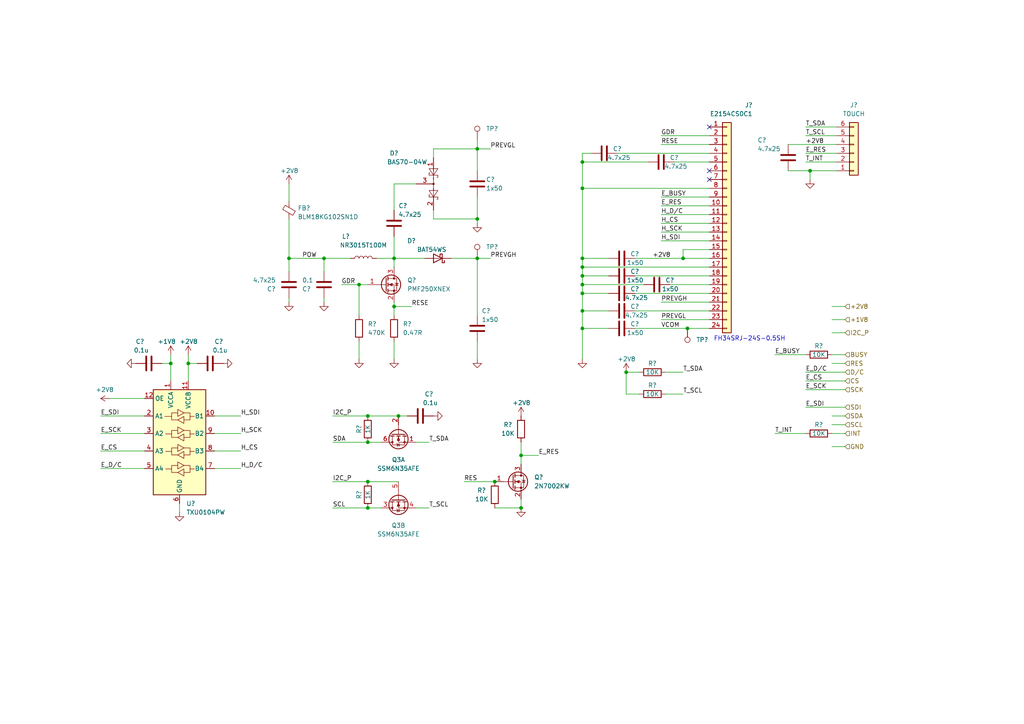
<source format=kicad_sch>
(kicad_sch (version 20221206) (generator eeschema)

  (uuid 4c82a326-c920-49a6-b5c0-f7805f931e73)

  (paper "A4")

  (lib_symbols
    (symbol "Connector:TestPoint" (pin_numbers hide) (pin_names (offset 0.762) hide) (in_bom yes) (on_board yes)
      (property "Reference" "TP" (at 0 6.858 0)
        (effects (font (size 1.27 1.27)))
      )
      (property "Value" "TestPoint" (at 0 5.08 0)
        (effects (font (size 1.27 1.27)))
      )
      (property "Footprint" "" (at 5.08 0 0)
        (effects (font (size 1.27 1.27)) hide)
      )
      (property "Datasheet" "~" (at 5.08 0 0)
        (effects (font (size 1.27 1.27)) hide)
      )
      (property "ki_keywords" "test point tp" (at 0 0 0)
        (effects (font (size 1.27 1.27)) hide)
      )
      (property "ki_description" "test point" (at 0 0 0)
        (effects (font (size 1.27 1.27)) hide)
      )
      (property "ki_fp_filters" "Pin* Test*" (at 0 0 0)
        (effects (font (size 1.27 1.27)) hide)
      )
      (symbol "TestPoint_0_1"
        (circle (center 0 3.302) (radius 0.762)
          (stroke (width 0) (type default))
          (fill (type none))
        )
      )
      (symbol "TestPoint_1_1"
        (pin passive line (at 0 0 90) (length 2.54)
          (name "1" (effects (font (size 1.27 1.27))))
          (number "1" (effects (font (size 1.27 1.27))))
        )
      )
    )
    (symbol "Connector_Generic:Conn_01x06" (pin_names (offset 1.016) hide) (in_bom yes) (on_board yes)
      (property "Reference" "J" (at 0 7.62 0)
        (effects (font (size 1.27 1.27)))
      )
      (property "Value" "Conn_01x06" (at 0 -10.16 0)
        (effects (font (size 1.27 1.27)))
      )
      (property "Footprint" "" (at 0 0 0)
        (effects (font (size 1.27 1.27)) hide)
      )
      (property "Datasheet" "~" (at 0 0 0)
        (effects (font (size 1.27 1.27)) hide)
      )
      (property "ki_keywords" "connector" (at 0 0 0)
        (effects (font (size 1.27 1.27)) hide)
      )
      (property "ki_description" "Generic connector, single row, 01x06, script generated (kicad-library-utils/schlib/autogen/connector/)" (at 0 0 0)
        (effects (font (size 1.27 1.27)) hide)
      )
      (property "ki_fp_filters" "Connector*:*_1x??_*" (at 0 0 0)
        (effects (font (size 1.27 1.27)) hide)
      )
      (symbol "Conn_01x06_1_1"
        (rectangle (start -1.27 -7.493) (end 0 -7.747)
          (stroke (width 0.1524) (type default))
          (fill (type none))
        )
        (rectangle (start -1.27 -4.953) (end 0 -5.207)
          (stroke (width 0.1524) (type default))
          (fill (type none))
        )
        (rectangle (start -1.27 -2.413) (end 0 -2.667)
          (stroke (width 0.1524) (type default))
          (fill (type none))
        )
        (rectangle (start -1.27 0.127) (end 0 -0.127)
          (stroke (width 0.1524) (type default))
          (fill (type none))
        )
        (rectangle (start -1.27 2.667) (end 0 2.413)
          (stroke (width 0.1524) (type default))
          (fill (type none))
        )
        (rectangle (start -1.27 5.207) (end 0 4.953)
          (stroke (width 0.1524) (type default))
          (fill (type none))
        )
        (rectangle (start -1.27 6.35) (end 1.27 -8.89)
          (stroke (width 0.254) (type default))
          (fill (type background))
        )
        (pin passive line (at -5.08 5.08 0) (length 3.81)
          (name "Pin_1" (effects (font (size 1.27 1.27))))
          (number "1" (effects (font (size 1.27 1.27))))
        )
        (pin passive line (at -5.08 2.54 0) (length 3.81)
          (name "Pin_2" (effects (font (size 1.27 1.27))))
          (number "2" (effects (font (size 1.27 1.27))))
        )
        (pin passive line (at -5.08 0 0) (length 3.81)
          (name "Pin_3" (effects (font (size 1.27 1.27))))
          (number "3" (effects (font (size 1.27 1.27))))
        )
        (pin passive line (at -5.08 -2.54 0) (length 3.81)
          (name "Pin_4" (effects (font (size 1.27 1.27))))
          (number "4" (effects (font (size 1.27 1.27))))
        )
        (pin passive line (at -5.08 -5.08 0) (length 3.81)
          (name "Pin_5" (effects (font (size 1.27 1.27))))
          (number "5" (effects (font (size 1.27 1.27))))
        )
        (pin passive line (at -5.08 -7.62 0) (length 3.81)
          (name "Pin_6" (effects (font (size 1.27 1.27))))
          (number "6" (effects (font (size 1.27 1.27))))
        )
      )
    )
    (symbol "Connector_Generic:Conn_01x24" (pin_names (offset 1.016) hide) (in_bom yes) (on_board yes)
      (property "Reference" "J" (at 0 30.48 0)
        (effects (font (size 1.27 1.27)))
      )
      (property "Value" "Conn_01x24" (at 0 -33.02 0)
        (effects (font (size 1.27 1.27)))
      )
      (property "Footprint" "" (at 0 0 0)
        (effects (font (size 1.27 1.27)) hide)
      )
      (property "Datasheet" "~" (at 0 0 0)
        (effects (font (size 1.27 1.27)) hide)
      )
      (property "ki_keywords" "connector" (at 0 0 0)
        (effects (font (size 1.27 1.27)) hide)
      )
      (property "ki_description" "Generic connector, single row, 01x24, script generated (kicad-library-utils/schlib/autogen/connector/)" (at 0 0 0)
        (effects (font (size 1.27 1.27)) hide)
      )
      (property "ki_fp_filters" "Connector*:*_1x??_*" (at 0 0 0)
        (effects (font (size 1.27 1.27)) hide)
      )
      (symbol "Conn_01x24_1_1"
        (rectangle (start -1.27 -30.353) (end 0 -30.607)
          (stroke (width 0.1524) (type default))
          (fill (type none))
        )
        (rectangle (start -1.27 -27.813) (end 0 -28.067)
          (stroke (width 0.1524) (type default))
          (fill (type none))
        )
        (rectangle (start -1.27 -25.273) (end 0 -25.527)
          (stroke (width 0.1524) (type default))
          (fill (type none))
        )
        (rectangle (start -1.27 -22.733) (end 0 -22.987)
          (stroke (width 0.1524) (type default))
          (fill (type none))
        )
        (rectangle (start -1.27 -20.193) (end 0 -20.447)
          (stroke (width 0.1524) (type default))
          (fill (type none))
        )
        (rectangle (start -1.27 -17.653) (end 0 -17.907)
          (stroke (width 0.1524) (type default))
          (fill (type none))
        )
        (rectangle (start -1.27 -15.113) (end 0 -15.367)
          (stroke (width 0.1524) (type default))
          (fill (type none))
        )
        (rectangle (start -1.27 -12.573) (end 0 -12.827)
          (stroke (width 0.1524) (type default))
          (fill (type none))
        )
        (rectangle (start -1.27 -10.033) (end 0 -10.287)
          (stroke (width 0.1524) (type default))
          (fill (type none))
        )
        (rectangle (start -1.27 -7.493) (end 0 -7.747)
          (stroke (width 0.1524) (type default))
          (fill (type none))
        )
        (rectangle (start -1.27 -4.953) (end 0 -5.207)
          (stroke (width 0.1524) (type default))
          (fill (type none))
        )
        (rectangle (start -1.27 -2.413) (end 0 -2.667)
          (stroke (width 0.1524) (type default))
          (fill (type none))
        )
        (rectangle (start -1.27 0.127) (end 0 -0.127)
          (stroke (width 0.1524) (type default))
          (fill (type none))
        )
        (rectangle (start -1.27 2.667) (end 0 2.413)
          (stroke (width 0.1524) (type default))
          (fill (type none))
        )
        (rectangle (start -1.27 5.207) (end 0 4.953)
          (stroke (width 0.1524) (type default))
          (fill (type none))
        )
        (rectangle (start -1.27 7.747) (end 0 7.493)
          (stroke (width 0.1524) (type default))
          (fill (type none))
        )
        (rectangle (start -1.27 10.287) (end 0 10.033)
          (stroke (width 0.1524) (type default))
          (fill (type none))
        )
        (rectangle (start -1.27 12.827) (end 0 12.573)
          (stroke (width 0.1524) (type default))
          (fill (type none))
        )
        (rectangle (start -1.27 15.367) (end 0 15.113)
          (stroke (width 0.1524) (type default))
          (fill (type none))
        )
        (rectangle (start -1.27 17.907) (end 0 17.653)
          (stroke (width 0.1524) (type default))
          (fill (type none))
        )
        (rectangle (start -1.27 20.447) (end 0 20.193)
          (stroke (width 0.1524) (type default))
          (fill (type none))
        )
        (rectangle (start -1.27 22.987) (end 0 22.733)
          (stroke (width 0.1524) (type default))
          (fill (type none))
        )
        (rectangle (start -1.27 25.527) (end 0 25.273)
          (stroke (width 0.1524) (type default))
          (fill (type none))
        )
        (rectangle (start -1.27 28.067) (end 0 27.813)
          (stroke (width 0.1524) (type default))
          (fill (type none))
        )
        (rectangle (start -1.27 29.21) (end 1.27 -31.75)
          (stroke (width 0.254) (type default))
          (fill (type background))
        )
        (pin passive line (at -5.08 27.94 0) (length 3.81)
          (name "Pin_1" (effects (font (size 1.27 1.27))))
          (number "1" (effects (font (size 1.27 1.27))))
        )
        (pin passive line (at -5.08 5.08 0) (length 3.81)
          (name "Pin_10" (effects (font (size 1.27 1.27))))
          (number "10" (effects (font (size 1.27 1.27))))
        )
        (pin passive line (at -5.08 2.54 0) (length 3.81)
          (name "Pin_11" (effects (font (size 1.27 1.27))))
          (number "11" (effects (font (size 1.27 1.27))))
        )
        (pin passive line (at -5.08 0 0) (length 3.81)
          (name "Pin_12" (effects (font (size 1.27 1.27))))
          (number "12" (effects (font (size 1.27 1.27))))
        )
        (pin passive line (at -5.08 -2.54 0) (length 3.81)
          (name "Pin_13" (effects (font (size 1.27 1.27))))
          (number "13" (effects (font (size 1.27 1.27))))
        )
        (pin passive line (at -5.08 -5.08 0) (length 3.81)
          (name "Pin_14" (effects (font (size 1.27 1.27))))
          (number "14" (effects (font (size 1.27 1.27))))
        )
        (pin passive line (at -5.08 -7.62 0) (length 3.81)
          (name "Pin_15" (effects (font (size 1.27 1.27))))
          (number "15" (effects (font (size 1.27 1.27))))
        )
        (pin passive line (at -5.08 -10.16 0) (length 3.81)
          (name "Pin_16" (effects (font (size 1.27 1.27))))
          (number "16" (effects (font (size 1.27 1.27))))
        )
        (pin passive line (at -5.08 -12.7 0) (length 3.81)
          (name "Pin_17" (effects (font (size 1.27 1.27))))
          (number "17" (effects (font (size 1.27 1.27))))
        )
        (pin passive line (at -5.08 -15.24 0) (length 3.81)
          (name "Pin_18" (effects (font (size 1.27 1.27))))
          (number "18" (effects (font (size 1.27 1.27))))
        )
        (pin passive line (at -5.08 -17.78 0) (length 3.81)
          (name "Pin_19" (effects (font (size 1.27 1.27))))
          (number "19" (effects (font (size 1.27 1.27))))
        )
        (pin passive line (at -5.08 25.4 0) (length 3.81)
          (name "Pin_2" (effects (font (size 1.27 1.27))))
          (number "2" (effects (font (size 1.27 1.27))))
        )
        (pin passive line (at -5.08 -20.32 0) (length 3.81)
          (name "Pin_20" (effects (font (size 1.27 1.27))))
          (number "20" (effects (font (size 1.27 1.27))))
        )
        (pin passive line (at -5.08 -22.86 0) (length 3.81)
          (name "Pin_21" (effects (font (size 1.27 1.27))))
          (number "21" (effects (font (size 1.27 1.27))))
        )
        (pin passive line (at -5.08 -25.4 0) (length 3.81)
          (name "Pin_22" (effects (font (size 1.27 1.27))))
          (number "22" (effects (font (size 1.27 1.27))))
        )
        (pin passive line (at -5.08 -27.94 0) (length 3.81)
          (name "Pin_23" (effects (font (size 1.27 1.27))))
          (number "23" (effects (font (size 1.27 1.27))))
        )
        (pin passive line (at -5.08 -30.48 0) (length 3.81)
          (name "Pin_24" (effects (font (size 1.27 1.27))))
          (number "24" (effects (font (size 1.27 1.27))))
        )
        (pin passive line (at -5.08 22.86 0) (length 3.81)
          (name "Pin_3" (effects (font (size 1.27 1.27))))
          (number "3" (effects (font (size 1.27 1.27))))
        )
        (pin passive line (at -5.08 20.32 0) (length 3.81)
          (name "Pin_4" (effects (font (size 1.27 1.27))))
          (number "4" (effects (font (size 1.27 1.27))))
        )
        (pin passive line (at -5.08 17.78 0) (length 3.81)
          (name "Pin_5" (effects (font (size 1.27 1.27))))
          (number "5" (effects (font (size 1.27 1.27))))
        )
        (pin passive line (at -5.08 15.24 0) (length 3.81)
          (name "Pin_6" (effects (font (size 1.27 1.27))))
          (number "6" (effects (font (size 1.27 1.27))))
        )
        (pin passive line (at -5.08 12.7 0) (length 3.81)
          (name "Pin_7" (effects (font (size 1.27 1.27))))
          (number "7" (effects (font (size 1.27 1.27))))
        )
        (pin passive line (at -5.08 10.16 0) (length 3.81)
          (name "Pin_8" (effects (font (size 1.27 1.27))))
          (number "8" (effects (font (size 1.27 1.27))))
        )
        (pin passive line (at -5.08 7.62 0) (length 3.81)
          (name "Pin_9" (effects (font (size 1.27 1.27))))
          (number "9" (effects (font (size 1.27 1.27))))
        )
      )
    )
    (symbol "Device:C" (pin_numbers hide) (pin_names (offset 0.254)) (in_bom yes) (on_board yes)
      (property "Reference" "C" (at 0.635 2.54 0)
        (effects (font (size 1.27 1.27)) (justify left))
      )
      (property "Value" "C" (at 0.635 -2.54 0)
        (effects (font (size 1.27 1.27)) (justify left))
      )
      (property "Footprint" "" (at 0.9652 -3.81 0)
        (effects (font (size 1.27 1.27)) hide)
      )
      (property "Datasheet" "~" (at 0 0 0)
        (effects (font (size 1.27 1.27)) hide)
      )
      (property "ki_keywords" "cap capacitor" (at 0 0 0)
        (effects (font (size 1.27 1.27)) hide)
      )
      (property "ki_description" "Unpolarized capacitor" (at 0 0 0)
        (effects (font (size 1.27 1.27)) hide)
      )
      (property "ki_fp_filters" "C_*" (at 0 0 0)
        (effects (font (size 1.27 1.27)) hide)
      )
      (symbol "C_0_1"
        (polyline
          (pts
            (xy -2.032 -0.762)
            (xy 2.032 -0.762)
          )
          (stroke (width 0.508) (type default))
          (fill (type none))
        )
        (polyline
          (pts
            (xy -2.032 0.762)
            (xy 2.032 0.762)
          )
          (stroke (width 0.508) (type default))
          (fill (type none))
        )
      )
      (symbol "C_1_1"
        (pin passive line (at 0 3.81 270) (length 2.794)
          (name "~" (effects (font (size 1.27 1.27))))
          (number "1" (effects (font (size 1.27 1.27))))
        )
        (pin passive line (at 0 -3.81 90) (length 2.794)
          (name "~" (effects (font (size 1.27 1.27))))
          (number "2" (effects (font (size 1.27 1.27))))
        )
      )
    )
    (symbol "Device:D_Schottky" (pin_numbers hide) (pin_names (offset 1.016) hide) (in_bom yes) (on_board yes)
      (property "Reference" "D" (at 0 2.54 0)
        (effects (font (size 1.27 1.27)))
      )
      (property "Value" "D_Schottky" (at 0 -2.54 0)
        (effects (font (size 1.27 1.27)))
      )
      (property "Footprint" "" (at 0 0 0)
        (effects (font (size 1.27 1.27)) hide)
      )
      (property "Datasheet" "~" (at 0 0 0)
        (effects (font (size 1.27 1.27)) hide)
      )
      (property "ki_keywords" "diode Schottky" (at 0 0 0)
        (effects (font (size 1.27 1.27)) hide)
      )
      (property "ki_description" "Schottky diode" (at 0 0 0)
        (effects (font (size 1.27 1.27)) hide)
      )
      (property "ki_fp_filters" "TO-???* *_Diode_* *SingleDiode* D_*" (at 0 0 0)
        (effects (font (size 1.27 1.27)) hide)
      )
      (symbol "D_Schottky_0_1"
        (polyline
          (pts
            (xy 1.27 0)
            (xy -1.27 0)
          )
          (stroke (width 0) (type default))
          (fill (type none))
        )
        (polyline
          (pts
            (xy 1.27 1.27)
            (xy 1.27 -1.27)
            (xy -1.27 0)
            (xy 1.27 1.27)
          )
          (stroke (width 0.254) (type default))
          (fill (type none))
        )
        (polyline
          (pts
            (xy -1.905 0.635)
            (xy -1.905 1.27)
            (xy -1.27 1.27)
            (xy -1.27 -1.27)
            (xy -0.635 -1.27)
            (xy -0.635 -0.635)
          )
          (stroke (width 0.254) (type default))
          (fill (type none))
        )
      )
      (symbol "D_Schottky_1_1"
        (pin passive line (at -3.81 0 0) (length 2.54)
          (name "K" (effects (font (size 1.27 1.27))))
          (number "1" (effects (font (size 1.27 1.27))))
        )
        (pin passive line (at 3.81 0 180) (length 2.54)
          (name "A" (effects (font (size 1.27 1.27))))
          (number "2" (effects (font (size 1.27 1.27))))
        )
      )
    )
    (symbol "Device:FerriteBead_Small" (pin_numbers hide) (pin_names (offset 0)) (in_bom yes) (on_board yes)
      (property "Reference" "FB" (at 1.905 1.27 0)
        (effects (font (size 1.27 1.27)) (justify left))
      )
      (property "Value" "FerriteBead_Small" (at 1.905 -1.27 0)
        (effects (font (size 1.27 1.27)) (justify left))
      )
      (property "Footprint" "" (at -1.778 0 90)
        (effects (font (size 1.27 1.27)) hide)
      )
      (property "Datasheet" "~" (at 0 0 0)
        (effects (font (size 1.27 1.27)) hide)
      )
      (property "ki_keywords" "L ferrite bead inductor filter" (at 0 0 0)
        (effects (font (size 1.27 1.27)) hide)
      )
      (property "ki_description" "Ferrite bead, small symbol" (at 0 0 0)
        (effects (font (size 1.27 1.27)) hide)
      )
      (property "ki_fp_filters" "Inductor_* L_* *Ferrite*" (at 0 0 0)
        (effects (font (size 1.27 1.27)) hide)
      )
      (symbol "FerriteBead_Small_0_1"
        (polyline
          (pts
            (xy 0 -1.27)
            (xy 0 -0.7874)
          )
          (stroke (width 0) (type default))
          (fill (type none))
        )
        (polyline
          (pts
            (xy 0 0.889)
            (xy 0 1.2954)
          )
          (stroke (width 0) (type default))
          (fill (type none))
        )
        (polyline
          (pts
            (xy -1.8288 0.2794)
            (xy -1.1176 1.4986)
            (xy 1.8288 -0.2032)
            (xy 1.1176 -1.4224)
            (xy -1.8288 0.2794)
          )
          (stroke (width 0) (type default))
          (fill (type none))
        )
      )
      (symbol "FerriteBead_Small_1_1"
        (pin passive line (at 0 2.54 270) (length 1.27)
          (name "~" (effects (font (size 1.27 1.27))))
          (number "1" (effects (font (size 1.27 1.27))))
        )
        (pin passive line (at 0 -2.54 90) (length 1.27)
          (name "~" (effects (font (size 1.27 1.27))))
          (number "2" (effects (font (size 1.27 1.27))))
        )
      )
    )
    (symbol "Device:L" (pin_numbers hide) (pin_names (offset 1.016) hide) (in_bom yes) (on_board yes)
      (property "Reference" "L" (at -1.27 0 90)
        (effects (font (size 1.27 1.27)))
      )
      (property "Value" "L" (at 1.905 0 90)
        (effects (font (size 1.27 1.27)))
      )
      (property "Footprint" "" (at 0 0 0)
        (effects (font (size 1.27 1.27)) hide)
      )
      (property "Datasheet" "~" (at 0 0 0)
        (effects (font (size 1.27 1.27)) hide)
      )
      (property "ki_keywords" "inductor choke coil reactor magnetic" (at 0 0 0)
        (effects (font (size 1.27 1.27)) hide)
      )
      (property "ki_description" "Inductor" (at 0 0 0)
        (effects (font (size 1.27 1.27)) hide)
      )
      (property "ki_fp_filters" "Choke_* *Coil* Inductor_* L_*" (at 0 0 0)
        (effects (font (size 1.27 1.27)) hide)
      )
      (symbol "L_0_1"
        (arc (start 0 -2.54) (mid 0.6323 -1.905) (end 0 -1.27)
          (stroke (width 0) (type default))
          (fill (type none))
        )
        (arc (start 0 -1.27) (mid 0.6323 -0.635) (end 0 0)
          (stroke (width 0) (type default))
          (fill (type none))
        )
        (arc (start 0 0) (mid 0.6323 0.635) (end 0 1.27)
          (stroke (width 0) (type default))
          (fill (type none))
        )
        (arc (start 0 1.27) (mid 0.6323 1.905) (end 0 2.54)
          (stroke (width 0) (type default))
          (fill (type none))
        )
      )
      (symbol "L_1_1"
        (pin passive line (at 0 3.81 270) (length 1.27)
          (name "1" (effects (font (size 1.27 1.27))))
          (number "1" (effects (font (size 1.27 1.27))))
        )
        (pin passive line (at 0 -3.81 90) (length 1.27)
          (name "2" (effects (font (size 1.27 1.27))))
          (number "2" (effects (font (size 1.27 1.27))))
        )
      )
    )
    (symbol "Device:Q_NMOS_GSD" (pin_names (offset 0) hide) (in_bom yes) (on_board yes)
      (property "Reference" "Q" (at 5.08 1.27 0)
        (effects (font (size 1.27 1.27)) (justify left))
      )
      (property "Value" "Q_NMOS_GSD" (at 5.08 -1.27 0)
        (effects (font (size 1.27 1.27)) (justify left))
      )
      (property "Footprint" "" (at 5.08 2.54 0)
        (effects (font (size 1.27 1.27)) hide)
      )
      (property "Datasheet" "~" (at 0 0 0)
        (effects (font (size 1.27 1.27)) hide)
      )
      (property "ki_keywords" "transistor NMOS N-MOS N-MOSFET" (at 0 0 0)
        (effects (font (size 1.27 1.27)) hide)
      )
      (property "ki_description" "N-MOSFET transistor, gate/source/drain" (at 0 0 0)
        (effects (font (size 1.27 1.27)) hide)
      )
      (symbol "Q_NMOS_GSD_0_1"
        (polyline
          (pts
            (xy 0.254 0)
            (xy -2.54 0)
          )
          (stroke (width 0) (type default))
          (fill (type none))
        )
        (polyline
          (pts
            (xy 0.254 1.905)
            (xy 0.254 -1.905)
          )
          (stroke (width 0.254) (type default))
          (fill (type none))
        )
        (polyline
          (pts
            (xy 0.762 -1.27)
            (xy 0.762 -2.286)
          )
          (stroke (width 0.254) (type default))
          (fill (type none))
        )
        (polyline
          (pts
            (xy 0.762 0.508)
            (xy 0.762 -0.508)
          )
          (stroke (width 0.254) (type default))
          (fill (type none))
        )
        (polyline
          (pts
            (xy 0.762 2.286)
            (xy 0.762 1.27)
          )
          (stroke (width 0.254) (type default))
          (fill (type none))
        )
        (polyline
          (pts
            (xy 2.54 2.54)
            (xy 2.54 1.778)
          )
          (stroke (width 0) (type default))
          (fill (type none))
        )
        (polyline
          (pts
            (xy 2.54 -2.54)
            (xy 2.54 0)
            (xy 0.762 0)
          )
          (stroke (width 0) (type default))
          (fill (type none))
        )
        (polyline
          (pts
            (xy 0.762 -1.778)
            (xy 3.302 -1.778)
            (xy 3.302 1.778)
            (xy 0.762 1.778)
          )
          (stroke (width 0) (type default))
          (fill (type none))
        )
        (polyline
          (pts
            (xy 1.016 0)
            (xy 2.032 0.381)
            (xy 2.032 -0.381)
            (xy 1.016 0)
          )
          (stroke (width 0) (type default))
          (fill (type outline))
        )
        (polyline
          (pts
            (xy 2.794 0.508)
            (xy 2.921 0.381)
            (xy 3.683 0.381)
            (xy 3.81 0.254)
          )
          (stroke (width 0) (type default))
          (fill (type none))
        )
        (polyline
          (pts
            (xy 3.302 0.381)
            (xy 2.921 -0.254)
            (xy 3.683 -0.254)
            (xy 3.302 0.381)
          )
          (stroke (width 0) (type default))
          (fill (type none))
        )
        (circle (center 1.651 0) (radius 2.794)
          (stroke (width 0.254) (type default))
          (fill (type none))
        )
        (circle (center 2.54 -1.778) (radius 0.254)
          (stroke (width 0) (type default))
          (fill (type outline))
        )
        (circle (center 2.54 1.778) (radius 0.254)
          (stroke (width 0) (type default))
          (fill (type outline))
        )
      )
      (symbol "Q_NMOS_GSD_1_1"
        (pin input line (at -5.08 0 0) (length 2.54)
          (name "G" (effects (font (size 1.27 1.27))))
          (number "1" (effects (font (size 1.27 1.27))))
        )
        (pin passive line (at 2.54 -5.08 90) (length 2.54)
          (name "S" (effects (font (size 1.27 1.27))))
          (number "2" (effects (font (size 1.27 1.27))))
        )
        (pin passive line (at 2.54 5.08 270) (length 2.54)
          (name "D" (effects (font (size 1.27 1.27))))
          (number "3" (effects (font (size 1.27 1.27))))
        )
      )
    )
    (symbol "Device:R" (pin_numbers hide) (pin_names (offset 0)) (in_bom yes) (on_board yes)
      (property "Reference" "R" (at 2.032 0 90)
        (effects (font (size 1.27 1.27)))
      )
      (property "Value" "R" (at 0 0 90)
        (effects (font (size 1.27 1.27)))
      )
      (property "Footprint" "" (at -1.778 0 90)
        (effects (font (size 1.27 1.27)) hide)
      )
      (property "Datasheet" "~" (at 0 0 0)
        (effects (font (size 1.27 1.27)) hide)
      )
      (property "ki_keywords" "R res resistor" (at 0 0 0)
        (effects (font (size 1.27 1.27)) hide)
      )
      (property "ki_description" "Resistor" (at 0 0 0)
        (effects (font (size 1.27 1.27)) hide)
      )
      (property "ki_fp_filters" "R_*" (at 0 0 0)
        (effects (font (size 1.27 1.27)) hide)
      )
      (symbol "R_0_1"
        (rectangle (start -1.016 -2.54) (end 1.016 2.54)
          (stroke (width 0.254) (type default))
          (fill (type none))
        )
      )
      (symbol "R_1_1"
        (pin passive line (at 0 3.81 270) (length 1.27)
          (name "~" (effects (font (size 1.27 1.27))))
          (number "1" (effects (font (size 1.27 1.27))))
        )
        (pin passive line (at 0 -3.81 90) (length 1.27)
          (name "~" (effects (font (size 1.27 1.27))))
          (number "2" (effects (font (size 1.27 1.27))))
        )
      )
    )
    (symbol "Diode:BAT54SW" (pin_names (offset 1.016)) (in_bom yes) (on_board yes)
      (property "Reference" "D" (at 0.635 -3.81 0)
        (effects (font (size 1.27 1.27)) (justify left))
      )
      (property "Value" "BAT54SW" (at -6.35 3.175 0)
        (effects (font (size 1.27 1.27)) (justify left))
      )
      (property "Footprint" "Package_TO_SOT_SMD:SOT-323_SC-70" (at 1.905 3.175 0)
        (effects (font (size 1.27 1.27)) (justify left) hide)
      )
      (property "Datasheet" "https://assets.nexperia.com/documents/data-sheet/BAT54W_SER.pdf" (at -3.048 0 0)
        (effects (font (size 1.27 1.27)) hide)
      )
      (property "ki_keywords" "dual schottky diode" (at 0 0 0)
        (effects (font (size 1.27 1.27)) hide)
      )
      (property "ki_description" "Dual schottky barrier diode, in series, SOT-323" (at 0 0 0)
        (effects (font (size 1.27 1.27)) hide)
      )
      (property "ki_fp_filters" "SOT?323*" (at 0 0 0)
        (effects (font (size 1.27 1.27)) hide)
      )
      (symbol "BAT54SW_0_1"
        (polyline
          (pts
            (xy -3.81 0)
            (xy -1.27 0)
          )
          (stroke (width 0) (type default))
          (fill (type none))
        )
        (polyline
          (pts
            (xy -3.175 -1.27)
            (xy -3.175 -1.016)
          )
          (stroke (width 0) (type default))
          (fill (type none))
        )
        (polyline
          (pts
            (xy -2.54 -1.27)
            (xy -3.175 -1.27)
          )
          (stroke (width 0) (type default))
          (fill (type none))
        )
        (polyline
          (pts
            (xy -2.54 -1.27)
            (xy -2.54 1.27)
          )
          (stroke (width 0) (type default))
          (fill (type none))
        )
        (polyline
          (pts
            (xy -2.54 1.27)
            (xy -1.905 1.27)
          )
          (stroke (width 0) (type default))
          (fill (type none))
        )
        (polyline
          (pts
            (xy -1.905 0)
            (xy 1.905 0)
          )
          (stroke (width 0) (type default))
          (fill (type none))
        )
        (polyline
          (pts
            (xy -1.905 1.27)
            (xy -1.905 1.016)
          )
          (stroke (width 0) (type default))
          (fill (type none))
        )
        (polyline
          (pts
            (xy 1.27 0)
            (xy 3.81 0)
          )
          (stroke (width 0) (type default))
          (fill (type none))
        )
        (polyline
          (pts
            (xy 3.175 -1.27)
            (xy 3.175 -1.016)
          )
          (stroke (width 0) (type default))
          (fill (type none))
        )
        (polyline
          (pts
            (xy 3.81 -1.27)
            (xy 3.175 -1.27)
          )
          (stroke (width 0) (type default))
          (fill (type none))
        )
        (polyline
          (pts
            (xy 3.81 -1.27)
            (xy 3.81 1.27)
          )
          (stroke (width 0) (type default))
          (fill (type none))
        )
        (polyline
          (pts
            (xy 3.81 1.27)
            (xy 4.445 1.27)
          )
          (stroke (width 0) (type default))
          (fill (type none))
        )
        (polyline
          (pts
            (xy 4.445 1.27)
            (xy 4.445 1.016)
          )
          (stroke (width 0) (type default))
          (fill (type none))
        )
        (polyline
          (pts
            (xy -4.445 1.27)
            (xy -4.445 -1.27)
            (xy -2.54 0)
            (xy -4.445 1.27)
          )
          (stroke (width 0) (type default))
          (fill (type none))
        )
        (polyline
          (pts
            (xy 1.905 1.27)
            (xy 1.905 -1.27)
            (xy 3.81 0)
            (xy 1.905 1.27)
          )
          (stroke (width 0) (type default))
          (fill (type none))
        )
        (circle (center 0 0) (radius 0.254)
          (stroke (width 0) (type default))
          (fill (type outline))
        )
      )
      (symbol "BAT54SW_1_1"
        (pin passive line (at -7.62 0 0) (length 3.81)
          (name "~" (effects (font (size 1.27 1.27))))
          (number "1" (effects (font (size 1.27 1.27))))
        )
        (pin passive line (at 7.62 0 180) (length 3.81)
          (name "~" (effects (font (size 1.27 1.27))))
          (number "2" (effects (font (size 1.27 1.27))))
        )
        (pin passive line (at 0 -5.08 90) (length 5.08)
          (name "~" (effects (font (size 1.27 1.27))))
          (number "3" (effects (font (size 1.27 1.27))))
        )
      )
    )
    (symbol "Logic_LevelTranslator:TXB0104RUT" (in_bom yes) (on_board yes)
      (property "Reference" "U" (at -6.35 16.51 0)
        (effects (font (size 1.27 1.27)))
      )
      (property "Value" "TXB0104RUT" (at 3.81 16.51 0)
        (effects (font (size 1.27 1.27)) (justify left))
      )
      (property "Footprint" "Package_DFN_QFN:Texas_R_PUQFN-N12" (at 0 -19.05 0)
        (effects (font (size 1.27 1.27)) hide)
      )
      (property "Datasheet" "http://www.ti.com/lit/ds/symlink/txb0104.pdf" (at 2.794 2.413 0)
        (effects (font (size 1.27 1.27)) hide)
      )
      (property "ki_keywords" "Level-Shifter CMOS-TTL-Translation" (at 0 0 0)
        (effects (font (size 1.27 1.27)) hide)
      )
      (property "ki_description" "4-Bit Bidirectional Voltage-Level Translator, Auto Direction Sensing and ±15-kV ESD Protection, 1.2 - 3.6V APort, 1.65 - 5.5V BPort, Texas_PUQFN-12" (at 0 0 0)
        (effects (font (size 1.27 1.27)) hide)
      )
      (property "ki_fp_filters" "Texas*R*PUQFN*N12*" (at 0 0 0)
        (effects (font (size 1.27 1.27)) hide)
      )
      (symbol "TXB0104RUT_0_1"
        (rectangle (start -7.62 15.24) (end 7.62 -15.24)
          (stroke (width 0.254) (type default))
          (fill (type background))
        )
        (polyline
          (pts
            (xy -2.286 -7.747)
            (xy -2.286 -6.731)
            (xy -0.508 -6.731)
          )
          (stroke (width 0) (type default))
          (fill (type none))
        )
        (polyline
          (pts
            (xy -2.286 -2.667)
            (xy -2.286 -1.651)
            (xy -0.508 -1.651)
          )
          (stroke (width 0) (type default))
          (fill (type none))
        )
        (polyline
          (pts
            (xy -2.286 2.413)
            (xy -2.286 3.429)
            (xy -0.508 3.429)
          )
          (stroke (width 0) (type default))
          (fill (type none))
        )
        (polyline
          (pts
            (xy -2.286 7.493)
            (xy -2.286 8.509)
            (xy -0.508 8.509)
          )
          (stroke (width 0) (type default))
          (fill (type none))
        )
        (polyline
          (pts
            (xy 3.048 -7.747)
            (xy 3.048 -8.763)
            (xy 1.27 -8.763)
          )
          (stroke (width 0) (type default))
          (fill (type none))
        )
        (polyline
          (pts
            (xy 3.048 -2.667)
            (xy 3.048 -3.683)
            (xy 1.27 -3.683)
          )
          (stroke (width 0) (type default))
          (fill (type none))
        )
        (polyline
          (pts
            (xy 3.048 2.413)
            (xy 3.048 1.397)
            (xy 1.27 1.397)
          )
          (stroke (width 0) (type default))
          (fill (type none))
        )
        (polyline
          (pts
            (xy 3.048 7.493)
            (xy 3.048 6.477)
            (xy 1.27 6.477)
          )
          (stroke (width 0) (type default))
          (fill (type none))
        )
        (polyline
          (pts
            (xy -0.508 -8.763)
            (xy -2.286 -8.763)
            (xy -2.286 -7.747)
            (xy -4.064 -7.747)
          )
          (stroke (width 0) (type default))
          (fill (type none))
        )
        (polyline
          (pts
            (xy -0.508 -8.763)
            (xy 1.27 -7.747)
            (xy 1.27 -9.779)
            (xy -0.508 -8.763)
          )
          (stroke (width 0) (type default))
          (fill (type none))
        )
        (polyline
          (pts
            (xy -0.508 -3.683)
            (xy -2.286 -3.683)
            (xy -2.286 -2.667)
            (xy -4.064 -2.667)
          )
          (stroke (width 0) (type default))
          (fill (type none))
        )
        (polyline
          (pts
            (xy -0.508 -3.683)
            (xy 1.27 -2.667)
            (xy 1.27 -4.699)
            (xy -0.508 -3.683)
          )
          (stroke (width 0) (type default))
          (fill (type none))
        )
        (polyline
          (pts
            (xy -0.508 1.397)
            (xy -2.286 1.397)
            (xy -2.286 2.413)
            (xy -4.064 2.413)
          )
          (stroke (width 0) (type default))
          (fill (type none))
        )
        (polyline
          (pts
            (xy -0.508 1.397)
            (xy 1.27 2.413)
            (xy 1.27 0.381)
            (xy -0.508 1.397)
          )
          (stroke (width 0) (type default))
          (fill (type none))
        )
        (polyline
          (pts
            (xy -0.508 6.477)
            (xy -2.286 6.477)
            (xy -2.286 7.493)
            (xy -4.318 7.493)
          )
          (stroke (width 0) (type default))
          (fill (type none))
        )
        (polyline
          (pts
            (xy -0.508 6.477)
            (xy 1.27 7.493)
            (xy 1.27 5.461)
            (xy -0.508 6.477)
          )
          (stroke (width 0) (type default))
          (fill (type none))
        )
        (polyline
          (pts
            (xy 1.27 -6.731)
            (xy -0.508 -7.747)
            (xy -0.508 -5.715)
            (xy 1.27 -6.731)
          )
          (stroke (width 0) (type default))
          (fill (type none))
        )
        (polyline
          (pts
            (xy 1.27 -6.731)
            (xy 3.048 -6.731)
            (xy 3.048 -7.747)
            (xy 4.318 -7.747)
          )
          (stroke (width 0) (type default))
          (fill (type none))
        )
        (polyline
          (pts
            (xy 1.27 -1.651)
            (xy -0.508 -2.667)
            (xy -0.508 -0.635)
            (xy 1.27 -1.651)
          )
          (stroke (width 0) (type default))
          (fill (type none))
        )
        (polyline
          (pts
            (xy 1.27 -1.651)
            (xy 3.048 -1.651)
            (xy 3.048 -2.667)
            (xy 4.318 -2.667)
          )
          (stroke (width 0) (type default))
          (fill (type none))
        )
        (polyline
          (pts
            (xy 1.27 3.429)
            (xy -0.508 2.413)
            (xy -0.508 4.445)
            (xy 1.27 3.429)
          )
          (stroke (width 0) (type default))
          (fill (type none))
        )
        (polyline
          (pts
            (xy 1.27 3.429)
            (xy 3.048 3.429)
            (xy 3.048 2.413)
            (xy 4.318 2.413)
          )
          (stroke (width 0) (type default))
          (fill (type none))
        )
        (polyline
          (pts
            (xy 1.27 8.509)
            (xy -0.508 7.493)
            (xy -0.508 9.525)
            (xy 1.27 8.509)
          )
          (stroke (width 0) (type default))
          (fill (type none))
        )
        (polyline
          (pts
            (xy 1.27 8.509)
            (xy 3.048 8.509)
            (xy 3.048 7.493)
            (xy 4.318 7.493)
          )
          (stroke (width 0) (type default))
          (fill (type none))
        )
      )
      (symbol "TXB0104RUT_1_1"
        (pin power_in line (at -2.54 17.78 270) (length 2.54)
          (name "VCCA" (effects (font (size 1.27 1.27))))
          (number "1" (effects (font (size 1.27 1.27))))
        )
        (pin tri_state line (at 10.16 7.62 180) (length 2.54)
          (name "B1" (effects (font (size 1.27 1.27))))
          (number "10" (effects (font (size 1.27 1.27))))
        )
        (pin power_in line (at 2.54 17.78 270) (length 2.54)
          (name "VCCB" (effects (font (size 1.27 1.27))))
          (number "11" (effects (font (size 1.27 1.27))))
        )
        (pin input line (at -10.16 12.7 0) (length 2.54)
          (name "OE" (effects (font (size 1.27 1.27))))
          (number "12" (effects (font (size 1.27 1.27))))
        )
        (pin tri_state line (at -10.16 7.62 0) (length 2.54)
          (name "A1" (effects (font (size 1.27 1.27))))
          (number "2" (effects (font (size 1.27 1.27))))
        )
        (pin tri_state line (at -10.16 2.54 0) (length 2.54)
          (name "A2" (effects (font (size 1.27 1.27))))
          (number "3" (effects (font (size 1.27 1.27))))
        )
        (pin tri_state line (at -10.16 -2.54 0) (length 2.54)
          (name "A3" (effects (font (size 1.27 1.27))))
          (number "4" (effects (font (size 1.27 1.27))))
        )
        (pin tri_state line (at -10.16 -7.62 0) (length 2.54)
          (name "A4" (effects (font (size 1.27 1.27))))
          (number "5" (effects (font (size 1.27 1.27))))
        )
        (pin power_in line (at 0 -17.78 90) (length 2.54)
          (name "GND" (effects (font (size 1.27 1.27))))
          (number "6" (effects (font (size 1.27 1.27))))
        )
        (pin tri_state line (at 10.16 -7.62 180) (length 2.54)
          (name "B4" (effects (font (size 1.27 1.27))))
          (number "7" (effects (font (size 1.27 1.27))))
        )
        (pin tri_state line (at 10.16 -2.54 180) (length 2.54)
          (name "B3" (effects (font (size 1.27 1.27))))
          (number "8" (effects (font (size 1.27 1.27))))
        )
        (pin tri_state line (at 10.16 2.54 180) (length 2.54)
          (name "B2" (effects (font (size 1.27 1.27))))
          (number "9" (effects (font (size 1.27 1.27))))
        )
      )
    )
    (symbol "Transistor_FET:FDG1024NZ" (pin_names hide) (in_bom yes) (on_board yes)
      (property "Reference" "Q" (at 5.08 1.905 0)
        (effects (font (size 1.27 1.27)) (justify left))
      )
      (property "Value" "FDG1024NZ" (at 5.08 0 0)
        (effects (font (size 1.27 1.27)) (justify left))
      )
      (property "Footprint" "Package_TO_SOT_SMD:SOT-363_SC-70-6" (at 5.08 -1.905 0)
        (effects (font (size 1.27 1.27) italic) (justify left) hide)
      )
      (property "Datasheet" "https://www.onsemi.com/pub/Collateral/FDG1024NZ-D.pdf" (at 0 0 0)
        (effects (font (size 1.27 1.27)) (justify left) hide)
      )
      (property "ki_keywords" "Dual N-Channel MOSFET Logic Level" (at 0 0 0)
        (effects (font (size 1.27 1.27)) hide)
      )
      (property "ki_description" "1.2A Id, 20V Vds, Dual N-Channel MOSFET, 175mOhm Ron, SC-70-6" (at 0 0 0)
        (effects (font (size 1.27 1.27)) hide)
      )
      (property "ki_fp_filters" "SOT?363*" (at 0 0 0)
        (effects (font (size 1.27 1.27)) hide)
      )
      (symbol "FDG1024NZ_0_1"
        (polyline
          (pts
            (xy 0.254 0)
            (xy -2.54 0)
          )
          (stroke (width 0) (type default))
          (fill (type none))
        )
        (polyline
          (pts
            (xy 0.254 1.905)
            (xy 0.254 -1.905)
          )
          (stroke (width 0.254) (type default))
          (fill (type none))
        )
        (polyline
          (pts
            (xy 0.762 -1.27)
            (xy 0.762 -2.286)
          )
          (stroke (width 0.254) (type default))
          (fill (type none))
        )
        (polyline
          (pts
            (xy 0.762 0.508)
            (xy 0.762 -0.508)
          )
          (stroke (width 0.254) (type default))
          (fill (type none))
        )
        (polyline
          (pts
            (xy 0.762 2.286)
            (xy 0.762 1.27)
          )
          (stroke (width 0.254) (type default))
          (fill (type none))
        )
        (polyline
          (pts
            (xy 2.54 2.54)
            (xy 2.54 1.778)
          )
          (stroke (width 0) (type default))
          (fill (type none))
        )
        (polyline
          (pts
            (xy 2.54 -2.54)
            (xy 2.54 0)
            (xy 0.762 0)
          )
          (stroke (width 0) (type default))
          (fill (type none))
        )
        (polyline
          (pts
            (xy 0.762 -1.778)
            (xy 3.302 -1.778)
            (xy 3.302 1.778)
            (xy 0.762 1.778)
          )
          (stroke (width 0) (type default))
          (fill (type none))
        )
        (polyline
          (pts
            (xy 1.016 0)
            (xy 2.032 0.381)
            (xy 2.032 -0.381)
            (xy 1.016 0)
          )
          (stroke (width 0) (type default))
          (fill (type outline))
        )
        (polyline
          (pts
            (xy 2.794 0.508)
            (xy 2.921 0.381)
            (xy 3.683 0.381)
            (xy 3.81 0.254)
          )
          (stroke (width 0) (type default))
          (fill (type none))
        )
        (polyline
          (pts
            (xy 3.302 0.381)
            (xy 2.921 -0.254)
            (xy 3.683 -0.254)
            (xy 3.302 0.381)
          )
          (stroke (width 0) (type default))
          (fill (type none))
        )
        (circle (center 1.651 0) (radius 2.794)
          (stroke (width 0.254) (type default))
          (fill (type none))
        )
        (circle (center 2.54 -1.778) (radius 0.254)
          (stroke (width 0) (type default))
          (fill (type outline))
        )
        (circle (center 2.54 1.778) (radius 0.254)
          (stroke (width 0) (type default))
          (fill (type outline))
        )
      )
      (symbol "FDG1024NZ_1_1"
        (pin passive line (at 2.54 -5.08 90) (length 2.54)
          (name "S" (effects (font (size 1.27 1.27))))
          (number "1" (effects (font (size 1.27 1.27))))
        )
        (pin passive line (at -5.08 0 0) (length 2.54)
          (name "G" (effects (font (size 1.27 1.27))))
          (number "2" (effects (font (size 1.27 1.27))))
        )
        (pin passive line (at 2.54 5.08 270) (length 2.54)
          (name "D" (effects (font (size 1.27 1.27))))
          (number "6" (effects (font (size 1.27 1.27))))
        )
      )
      (symbol "FDG1024NZ_2_1"
        (pin passive line (at 2.54 5.08 270) (length 2.54)
          (name "D" (effects (font (size 1.27 1.27))))
          (number "3" (effects (font (size 1.27 1.27))))
        )
        (pin passive line (at 2.54 -5.08 90) (length 2.54)
          (name "S" (effects (font (size 1.27 1.27))))
          (number "4" (effects (font (size 1.27 1.27))))
        )
        (pin passive line (at -5.08 0 0) (length 2.54)
          (name "G" (effects (font (size 1.27 1.27))))
          (number "5" (effects (font (size 1.27 1.27))))
        )
      )
    )
    (symbol "power:+1V8" (power) (pin_names (offset 0)) (in_bom yes) (on_board yes)
      (property "Reference" "#PWR" (at 0 -3.81 0)
        (effects (font (size 1.27 1.27)) hide)
      )
      (property "Value" "+1V8" (at 0 3.556 0)
        (effects (font (size 1.27 1.27)))
      )
      (property "Footprint" "" (at 0 0 0)
        (effects (font (size 1.27 1.27)) hide)
      )
      (property "Datasheet" "" (at 0 0 0)
        (effects (font (size 1.27 1.27)) hide)
      )
      (property "ki_keywords" "power-flag" (at 0 0 0)
        (effects (font (size 1.27 1.27)) hide)
      )
      (property "ki_description" "Power symbol creates a global label with name \"+1V8\"" (at 0 0 0)
        (effects (font (size 1.27 1.27)) hide)
      )
      (symbol "+1V8_0_1"
        (polyline
          (pts
            (xy -0.762 1.27)
            (xy 0 2.54)
          )
          (stroke (width 0) (type default))
          (fill (type none))
        )
        (polyline
          (pts
            (xy 0 0)
            (xy 0 2.54)
          )
          (stroke (width 0) (type default))
          (fill (type none))
        )
        (polyline
          (pts
            (xy 0 2.54)
            (xy 0.762 1.27)
          )
          (stroke (width 0) (type default))
          (fill (type none))
        )
      )
      (symbol "+1V8_1_1"
        (pin power_in line (at 0 0 90) (length 0) hide
          (name "+1V8" (effects (font (size 1.27 1.27))))
          (number "1" (effects (font (size 1.27 1.27))))
        )
      )
    )
    (symbol "power:+2V8" (power) (pin_names (offset 0)) (in_bom yes) (on_board yes)
      (property "Reference" "#PWR" (at 0 -3.81 0)
        (effects (font (size 1.27 1.27)) hide)
      )
      (property "Value" "+2V8" (at 0 3.556 0)
        (effects (font (size 1.27 1.27)))
      )
      (property "Footprint" "" (at 0 0 0)
        (effects (font (size 1.27 1.27)) hide)
      )
      (property "Datasheet" "" (at 0 0 0)
        (effects (font (size 1.27 1.27)) hide)
      )
      (property "ki_keywords" "power-flag" (at 0 0 0)
        (effects (font (size 1.27 1.27)) hide)
      )
      (property "ki_description" "Power symbol creates a global label with name \"+2V8\"" (at 0 0 0)
        (effects (font (size 1.27 1.27)) hide)
      )
      (symbol "+2V8_0_1"
        (polyline
          (pts
            (xy -0.762 1.27)
            (xy 0 2.54)
          )
          (stroke (width 0) (type default))
          (fill (type none))
        )
        (polyline
          (pts
            (xy 0 0)
            (xy 0 2.54)
          )
          (stroke (width 0) (type default))
          (fill (type none))
        )
        (polyline
          (pts
            (xy 0 2.54)
            (xy 0.762 1.27)
          )
          (stroke (width 0) (type default))
          (fill (type none))
        )
      )
      (symbol "+2V8_1_1"
        (pin power_in line (at 0 0 90) (length 0) hide
          (name "+2V8" (effects (font (size 1.27 1.27))))
          (number "1" (effects (font (size 1.27 1.27))))
        )
      )
    )
    (symbol "power:GND" (power) (pin_names (offset 0)) (in_bom yes) (on_board yes)
      (property "Reference" "#PWR" (at 0 -6.35 0)
        (effects (font (size 1.27 1.27)) hide)
      )
      (property "Value" "GND" (at 0 -3.81 0)
        (effects (font (size 1.27 1.27)))
      )
      (property "Footprint" "" (at 0 0 0)
        (effects (font (size 1.27 1.27)) hide)
      )
      (property "Datasheet" "" (at 0 0 0)
        (effects (font (size 1.27 1.27)) hide)
      )
      (property "ki_keywords" "power-flag" (at 0 0 0)
        (effects (font (size 1.27 1.27)) hide)
      )
      (property "ki_description" "Power symbol creates a global label with name \"GND\" , ground" (at 0 0 0)
        (effects (font (size 1.27 1.27)) hide)
      )
      (symbol "GND_0_1"
        (polyline
          (pts
            (xy 0 0)
            (xy 0 -1.27)
            (xy 1.27 -1.27)
            (xy 0 -2.54)
            (xy -1.27 -1.27)
            (xy 0 -1.27)
          )
          (stroke (width 0) (type default))
          (fill (type none))
        )
      )
      (symbol "GND_1_1"
        (pin power_in line (at 0 0 270) (length 0) hide
          (name "GND" (effects (font (size 1.27 1.27))))
          (number "1" (effects (font (size 1.27 1.27))))
        )
      )
    )
  )

  (junction (at 234.95 49.53) (diameter 0) (color 0 0 0 0)
    (uuid 0fb42e59-d170-40bf-81e0-aa836a13927e)
  )
  (junction (at 168.91 74.93) (diameter 0) (color 0 0 0 0)
    (uuid 1c4a8ca4-d280-4972-ae13-04455cb7fb7f)
  )
  (junction (at 138.43 63.5) (diameter 0) (color 0 0 0 0)
    (uuid 21eea24b-544c-4fc1-9d32-13f89f247cba)
  )
  (junction (at 199.39 95.25) (diameter 0) (color 0 0 0 0)
    (uuid 26e609ad-f060-4295-843c-53d38bd30ecd)
  )
  (junction (at 198.12 74.93) (diameter 0) (color 0 0 0 0)
    (uuid 2dbe2793-b0dc-4a4f-a0cf-44524b277569)
  )
  (junction (at 115.57 120.65) (diameter 0) (color 0 0 0 0)
    (uuid 2fc3fbfb-1db7-4310-a1b4-a57a6efc7c55)
  )
  (junction (at 54.61 105.41) (diameter 0) (color 0 0 0 0)
    (uuid 46783738-4253-4033-817e-e7ae6490ea38)
  )
  (junction (at 151.13 132.08) (diameter 0) (color 0 0 0 0)
    (uuid 55244aa4-f2e5-42cf-9d07-5d5c134ee5c4)
  )
  (junction (at 106.68 139.7) (diameter 0) (color 0 0 0 0)
    (uuid 56733763-dab7-4f8f-93f5-ea62dba9d2e1)
  )
  (junction (at 93.98 74.93) (diameter 0) (color 0 0 0 0)
    (uuid 5ea3b71f-3ced-49fa-9269-d96d3715897c)
  )
  (junction (at 106.68 147.32) (diameter 0) (color 0 0 0 0)
    (uuid 7083f9fd-4688-40e6-9b16-14e22c211110)
  )
  (junction (at 168.91 95.25) (diameter 0) (color 0 0 0 0)
    (uuid 75280f8f-6d2e-4779-93c9-a5010fbb2147)
  )
  (junction (at 143.51 139.7) (diameter 0) (color 0 0 0 0)
    (uuid 7d5a2d31-3916-4f65-902e-93468156ba49)
  )
  (junction (at 168.91 80.01) (diameter 0) (color 0 0 0 0)
    (uuid 87280abf-ef27-4d0b-ab0b-bfbb0b1b3b47)
  )
  (junction (at 106.68 128.27) (diameter 0) (color 0 0 0 0)
    (uuid 8a8feea2-3945-430c-ad14-b4fdb173f90e)
  )
  (junction (at 168.91 85.09) (diameter 0) (color 0 0 0 0)
    (uuid 927329f7-0e32-457f-a2f0-61377e298b8c)
  )
  (junction (at 168.91 46.99) (diameter 0) (color 0 0 0 0)
    (uuid 9e6aae30-36ab-4c7d-b47a-82f5613d219a)
  )
  (junction (at 104.14 82.55) (diameter 0) (color 0 0 0 0)
    (uuid 9f508dde-e52e-4dd5-8c35-001da412c1c9)
  )
  (junction (at 168.91 77.47) (diameter 0) (color 0 0 0 0)
    (uuid abbd19f4-9c56-4cd0-9ac6-25dba2c790e9)
  )
  (junction (at 49.53 105.41) (diameter 0) (color 0 0 0 0)
    (uuid aed7482f-8b98-4d8b-b1ab-ca5a8d550a09)
  )
  (junction (at 106.68 120.65) (diameter 0) (color 0 0 0 0)
    (uuid b921b5f8-6173-46af-9d64-7ca39dec371b)
  )
  (junction (at 168.91 90.17) (diameter 0) (color 0 0 0 0)
    (uuid c01d07be-594c-4e83-9a41-5edca7b2b4e4)
  )
  (junction (at 138.43 43.18) (diameter 0) (color 0 0 0 0)
    (uuid c1259aa7-b6ad-4fa3-a52b-8a7319005ab7)
  )
  (junction (at 168.91 82.55) (diameter 0) (color 0 0 0 0)
    (uuid c6c64647-f7c1-4a6f-b000-05f091287870)
  )
  (junction (at 151.13 147.32) (diameter 0) (color 0 0 0 0)
    (uuid c99eaf85-b653-4b1d-ad8a-72e34ffd4d01)
  )
  (junction (at 114.3 88.9) (diameter 0) (color 0 0 0 0)
    (uuid c9ad5558-4eb4-4e1e-9958-fbda5b665b2d)
  )
  (junction (at 168.91 54.61) (diameter 0) (color 0 0 0 0)
    (uuid cc08f914-d0d9-4ae8-82cd-73e7decf77cf)
  )
  (junction (at 181.61 107.95) (diameter 0) (color 0 0 0 0)
    (uuid eb556c1c-c51c-4606-93d3-2778071b044d)
  )
  (junction (at 138.43 74.93) (diameter 0) (color 0 0 0 0)
    (uuid fc1646c8-a3f3-47c2-918a-4f952b906b9a)
  )
  (junction (at 83.82 74.93) (diameter 0) (color 0 0 0 0)
    (uuid fd20556a-169e-4a6f-895e-1598b77861bb)
  )
  (junction (at 114.3 74.93) (diameter 0) (color 0 0 0 0)
    (uuid fe1e8eff-0320-4abe-833c-43cfbf91f1e1)
  )

  (no_connect (at 205.74 52.07) (uuid 023a7b43-0b63-4210-a102-c7a7b66d8de3))
  (no_connect (at 205.74 49.53) (uuid 2a14a14e-0abb-4a5b-9a19-84c01f58f19e))
  (no_connect (at 205.74 36.83) (uuid 7c611a90-5357-4663-9c23-3be85ee99f5c))

  (wire (pts (xy 168.91 74.93) (xy 176.53 74.93))
    (stroke (width 0) (type default))
    (uuid 00d77fdc-dffd-4a47-b96c-ddf735b4718f)
  )
  (wire (pts (xy 241.3 88.9) (xy 245.11 88.9))
    (stroke (width 0) (type default))
    (uuid 04e308e7-973c-4cf3-9996-83ba003467ae)
  )
  (wire (pts (xy 233.68 110.49) (xy 245.11 110.49))
    (stroke (width 0) (type default))
    (uuid 054a7c03-b603-4fa9-adf6-f2f0cf1ae729)
  )
  (wire (pts (xy 168.91 77.47) (xy 168.91 80.01))
    (stroke (width 0) (type default))
    (uuid 062ddf98-5d65-49d9-b408-39c5df9fd296)
  )
  (wire (pts (xy 46.99 105.41) (xy 49.53 105.41))
    (stroke (width 0) (type default))
    (uuid 0eb299fb-3a0b-441f-9a6b-a3589f82060f)
  )
  (wire (pts (xy 125.73 43.18) (xy 125.73 45.72))
    (stroke (width 0) (type default))
    (uuid 1071bde1-ee3a-4830-ab57-c2dbaf73f3b7)
  )
  (wire (pts (xy 83.82 86.36) (xy 83.82 87.63))
    (stroke (width 0) (type default))
    (uuid 12a6d231-0471-419d-8a25-3a5ca7ceaa53)
  )
  (wire (pts (xy 114.3 74.93) (xy 114.3 77.47))
    (stroke (width 0) (type default))
    (uuid 141d0d43-164a-4946-8d85-cf4fb955894b)
  )
  (wire (pts (xy 106.68 128.27) (xy 110.49 128.27))
    (stroke (width 0) (type default))
    (uuid 195fe4e0-34da-4b3a-9d86-e115cdab39a0)
  )
  (wire (pts (xy 199.39 95.25) (xy 205.74 95.25))
    (stroke (width 0) (type default))
    (uuid 1b08f09d-7d76-487b-8b4d-42e737dcf1ea)
  )
  (wire (pts (xy 57.15 105.41) (xy 54.61 105.41))
    (stroke (width 0) (type default))
    (uuid 1baf0f23-ebdc-476e-b3a1-3c2a7fc22cbf)
  )
  (wire (pts (xy 241.3 129.54) (xy 245.11 129.54))
    (stroke (width 0) (type default))
    (uuid 1c3920ac-846c-4e6d-bec7-a5c44a909209)
  )
  (wire (pts (xy 31.75 115.57) (xy 41.91 115.57))
    (stroke (width 0) (type default))
    (uuid 1ff8a150-b36e-4ed8-99c1-4383d932b7b1)
  )
  (wire (pts (xy 123.19 74.93) (xy 114.3 74.93))
    (stroke (width 0) (type default))
    (uuid 223be8c1-52fa-46fd-8efa-b6c17e29150e)
  )
  (wire (pts (xy 191.77 92.71) (xy 205.74 92.71))
    (stroke (width 0) (type default))
    (uuid 27bf1804-8461-4216-964d-e729b323734c)
  )
  (wire (pts (xy 241.3 125.73) (xy 245.11 125.73))
    (stroke (width 0) (type default))
    (uuid 2a28d8eb-22fa-45ee-9035-882c03478e1a)
  )
  (wire (pts (xy 168.91 74.93) (xy 168.91 77.47))
    (stroke (width 0) (type default))
    (uuid 2c11cbb4-102f-4906-b6a7-9fcbf3a00460)
  )
  (wire (pts (xy 168.91 85.09) (xy 168.91 90.17))
    (stroke (width 0) (type default))
    (uuid 2c7089b0-fbc0-4dff-bdd7-ec8b40663755)
  )
  (wire (pts (xy 96.52 139.7) (xy 106.68 139.7))
    (stroke (width 0) (type default))
    (uuid 2eccb3ee-9a42-48b9-86df-c59a68fde7be)
  )
  (wire (pts (xy 181.61 114.3) (xy 181.61 107.95))
    (stroke (width 0) (type default))
    (uuid 2f9614b2-7b49-49e9-b198-ba3a74c77d7a)
  )
  (wire (pts (xy 241.3 92.71) (xy 245.11 92.71))
    (stroke (width 0) (type default))
    (uuid 30c77326-0b87-4812-ac42-6f5d588589d8)
  )
  (wire (pts (xy 194.31 82.55) (xy 205.74 82.55))
    (stroke (width 0) (type default))
    (uuid 31d32495-e285-4cc9-aebb-9b9bb56d00c1)
  )
  (wire (pts (xy 29.21 130.81) (xy 41.91 130.81))
    (stroke (width 0) (type default))
    (uuid 360743a6-dd33-4957-8113-0692739dc550)
  )
  (wire (pts (xy 49.53 102.87) (xy 49.53 105.41))
    (stroke (width 0) (type default))
    (uuid 36654e93-5ac1-4afe-b68c-185a4125643f)
  )
  (wire (pts (xy 184.15 90.17) (xy 205.74 90.17))
    (stroke (width 0) (type default))
    (uuid 3696d074-ee6d-4db1-be74-fe0de3a6a929)
  )
  (wire (pts (xy 83.82 74.93) (xy 93.98 74.93))
    (stroke (width 0) (type default))
    (uuid 37627ffb-a183-462a-9d54-5a5be0dd91b6)
  )
  (wire (pts (xy 99.06 82.55) (xy 104.14 82.55))
    (stroke (width 0) (type default))
    (uuid 379df4b1-1403-4feb-bac2-241f481d430d)
  )
  (wire (pts (xy 138.43 43.18) (xy 138.43 49.53))
    (stroke (width 0) (type default))
    (uuid 3e14894a-01a8-4aeb-9ed6-1a49677c1a33)
  )
  (wire (pts (xy 193.04 107.95) (xy 198.12 107.95))
    (stroke (width 0) (type default))
    (uuid 3e221519-002c-45d6-a5fa-576cc7dd726d)
  )
  (wire (pts (xy 143.51 147.32) (xy 151.13 147.32))
    (stroke (width 0) (type default))
    (uuid 3e39fb9e-d82c-4c20-8cc2-496c7d62758e)
  )
  (wire (pts (xy 168.91 77.47) (xy 205.74 77.47))
    (stroke (width 0) (type default))
    (uuid 3fbb7e72-2724-4f25-b9c7-6558bc7cc8ff)
  )
  (wire (pts (xy 168.91 95.25) (xy 168.91 104.14))
    (stroke (width 0) (type default))
    (uuid 4061b4d8-b269-4daa-a385-da4513021ef0)
  )
  (wire (pts (xy 191.77 41.91) (xy 205.74 41.91))
    (stroke (width 0) (type default))
    (uuid 40c2b5d8-7abc-411c-a963-e29f6da6adc7)
  )
  (wire (pts (xy 138.43 43.18) (xy 142.24 43.18))
    (stroke (width 0) (type default))
    (uuid 40dbdd75-66ad-4edb-bc84-c39deff78ff6)
  )
  (wire (pts (xy 29.21 120.65) (xy 41.91 120.65))
    (stroke (width 0) (type default))
    (uuid 43ad2a61-72b6-4e15-aec9-d38c83af1104)
  )
  (wire (pts (xy 241.3 105.41) (xy 245.11 105.41))
    (stroke (width 0) (type default))
    (uuid 43e67382-d72a-49f5-a60d-36a04d93953f)
  )
  (wire (pts (xy 233.68 107.95) (xy 245.11 107.95))
    (stroke (width 0) (type default))
    (uuid 45b1f392-bcfd-4da7-98de-b22dd3349bd4)
  )
  (wire (pts (xy 234.95 49.53) (xy 242.57 49.53))
    (stroke (width 0) (type default))
    (uuid 47a16ae5-9938-4cf5-9f82-7874b52cba88)
  )
  (wire (pts (xy 228.6 49.53) (xy 234.95 49.53))
    (stroke (width 0) (type default))
    (uuid 48881d89-6a4f-4df3-b062-60fb200552fa)
  )
  (wire (pts (xy 191.77 62.23) (xy 205.74 62.23))
    (stroke (width 0) (type default))
    (uuid 48c93778-c8ed-41cf-baa9-db4df1eaa5e8)
  )
  (wire (pts (xy 168.91 82.55) (xy 186.69 82.55))
    (stroke (width 0) (type default))
    (uuid 49128e9f-0939-4ade-b959-1a35944cbbc3)
  )
  (wire (pts (xy 168.91 82.55) (xy 168.91 85.09))
    (stroke (width 0) (type default))
    (uuid 4d9ce2dd-420d-43bb-bee8-f043384020c4)
  )
  (wire (pts (xy 241.3 123.19) (xy 245.11 123.19))
    (stroke (width 0) (type default))
    (uuid 4f8732e6-7b86-469a-9be0-30d4c8efb5e5)
  )
  (wire (pts (xy 195.58 46.99) (xy 205.74 46.99))
    (stroke (width 0) (type default))
    (uuid 53cad00c-4985-4903-9b79-e23077605a50)
  )
  (wire (pts (xy 224.79 125.73) (xy 233.68 125.73))
    (stroke (width 0) (type default))
    (uuid 588129b2-5f07-4a9c-b091-edafcad81d83)
  )
  (wire (pts (xy 191.77 69.85) (xy 205.74 69.85))
    (stroke (width 0) (type default))
    (uuid 58f649c3-48af-4e8c-a7c5-0a7c1744e8a6)
  )
  (wire (pts (xy 224.79 102.87) (xy 233.68 102.87))
    (stroke (width 0) (type default))
    (uuid 5ae68a7e-dcd2-4ed5-812a-f717891e77ab)
  )
  (wire (pts (xy 191.77 39.37) (xy 205.74 39.37))
    (stroke (width 0) (type default))
    (uuid 5bef95fb-ba85-4ed4-9a84-0e7d69367c6f)
  )
  (wire (pts (xy 151.13 132.08) (xy 151.13 134.62))
    (stroke (width 0) (type default))
    (uuid 637df592-5472-41f7-9fc1-30b06ab52a52)
  )
  (wire (pts (xy 83.82 74.93) (xy 83.82 78.74))
    (stroke (width 0) (type default))
    (uuid 68e2e35a-6100-4979-8b61-58e68dcb5452)
  )
  (wire (pts (xy 125.73 43.18) (xy 138.43 43.18))
    (stroke (width 0) (type default))
    (uuid 6c31c327-48f8-4504-ac5d-7842ddb63000)
  )
  (wire (pts (xy 151.13 147.32) (xy 151.13 144.78))
    (stroke (width 0) (type default))
    (uuid 6cd77e45-88dc-4be1-9c8c-61441cc9df6e)
  )
  (wire (pts (xy 233.68 46.99) (xy 242.57 46.99))
    (stroke (width 0) (type default))
    (uuid 6d41eea7-8f11-428a-89af-71f83a7e6394)
  )
  (wire (pts (xy 138.43 99.06) (xy 138.43 104.14))
    (stroke (width 0) (type default))
    (uuid 6d51eda3-48af-4f2f-aa8c-309ceb58b052)
  )
  (wire (pts (xy 168.91 44.45) (xy 168.91 46.99))
    (stroke (width 0) (type default))
    (uuid 6dc01b45-3baa-4b6f-94e1-aefb7b24cb37)
  )
  (wire (pts (xy 228.6 41.91) (xy 242.57 41.91))
    (stroke (width 0) (type default))
    (uuid 72c96feb-33b5-40e6-a3cd-c7bc83d9f528)
  )
  (wire (pts (xy 134.62 139.7) (xy 143.51 139.7))
    (stroke (width 0) (type default))
    (uuid 74bb6dbf-a44f-49c3-a8ee-c066cd07fdee)
  )
  (wire (pts (xy 168.91 95.25) (xy 176.53 95.25))
    (stroke (width 0) (type default))
    (uuid 74f34040-59c7-4014-831a-de0da5c19ba6)
  )
  (wire (pts (xy 52.07 146.05) (xy 52.07 148.59))
    (stroke (width 0) (type default))
    (uuid 77fbcc90-1552-4921-aa72-061487787148)
  )
  (wire (pts (xy 168.91 85.09) (xy 176.53 85.09))
    (stroke (width 0) (type default))
    (uuid 798dcbc7-b7f8-4f29-bcf0-dd85f27450e3)
  )
  (wire (pts (xy 191.77 64.77) (xy 205.74 64.77))
    (stroke (width 0) (type default))
    (uuid 79e40811-4b80-4587-bd8c-2bcc482fcd33)
  )
  (wire (pts (xy 125.73 63.5) (xy 138.43 63.5))
    (stroke (width 0) (type default))
    (uuid 7a35306f-ba77-4afe-bf58-9f73734b883c)
  )
  (wire (pts (xy 114.3 99.06) (xy 114.3 104.14))
    (stroke (width 0) (type default))
    (uuid 7b3ffc6c-a6c1-4ff1-8f72-4998c435c8de)
  )
  (wire (pts (xy 104.14 99.06) (xy 104.14 104.14))
    (stroke (width 0) (type default))
    (uuid 7d0ca72d-0418-47d2-bb7e-3c653ba708e9)
  )
  (wire (pts (xy 49.53 105.41) (xy 49.53 110.49))
    (stroke (width 0) (type default))
    (uuid 7f5f0dc1-80ce-4ee2-90bc-15d771ca8b11)
  )
  (wire (pts (xy 198.12 72.39) (xy 198.12 74.93))
    (stroke (width 0) (type default))
    (uuid 82f70a1a-7e75-4088-b8b5-8a2114353f14)
  )
  (wire (pts (xy 114.3 68.58) (xy 114.3 74.93))
    (stroke (width 0) (type default))
    (uuid 84180d41-ed0f-4fb0-885c-c18e7ed6592b)
  )
  (wire (pts (xy 138.43 74.93) (xy 142.24 74.93))
    (stroke (width 0) (type default))
    (uuid 85f5f873-81e0-4d49-bd9b-a09908595e78)
  )
  (wire (pts (xy 241.3 96.52) (xy 245.11 96.52))
    (stroke (width 0) (type default))
    (uuid 88591e95-827f-4581-bada-3b6d2af6488e)
  )
  (wire (pts (xy 138.43 57.15) (xy 138.43 63.5))
    (stroke (width 0) (type default))
    (uuid 8a2e5db6-4dbd-4c87-9b92-22342540a5a0)
  )
  (wire (pts (xy 93.98 74.93) (xy 101.6 74.93))
    (stroke (width 0) (type default))
    (uuid 8a4117e3-0e7b-484a-856c-fff516f3976a)
  )
  (wire (pts (xy 168.91 80.01) (xy 168.91 82.55))
    (stroke (width 0) (type default))
    (uuid 8b277be2-de5c-4dbe-9b5f-03972b913e17)
  )
  (wire (pts (xy 120.65 128.27) (xy 124.46 128.27))
    (stroke (width 0) (type default))
    (uuid 901b70b7-2fa2-4986-9da2-1c6324d56f83)
  )
  (wire (pts (xy 125.73 63.5) (xy 125.73 60.96))
    (stroke (width 0) (type default))
    (uuid 90513f33-306d-4378-ab8a-4fc2d5d17668)
  )
  (wire (pts (xy 104.14 82.55) (xy 106.68 82.55))
    (stroke (width 0) (type default))
    (uuid 91e0a71b-e51a-4974-8276-7447d6e602c1)
  )
  (wire (pts (xy 130.81 74.93) (xy 138.43 74.93))
    (stroke (width 0) (type default))
    (uuid 92f8ae17-cf5f-4ce1-a77c-e0aeccee87ff)
  )
  (wire (pts (xy 233.68 36.83) (xy 242.57 36.83))
    (stroke (width 0) (type default))
    (uuid 93e2ae59-47c5-405a-a118-ca86c23bfe72)
  )
  (wire (pts (xy 233.68 39.37) (xy 242.57 39.37))
    (stroke (width 0) (type default))
    (uuid 9461f06b-e973-4188-b612-1c24805ff443)
  )
  (wire (pts (xy 138.43 40.64) (xy 138.43 43.18))
    (stroke (width 0) (type default))
    (uuid 96ea6a01-a600-48f2-a3c5-746c8a75c8f5)
  )
  (wire (pts (xy 29.21 135.89) (xy 41.91 135.89))
    (stroke (width 0) (type default))
    (uuid 97afb1c8-1abc-4089-bd88-cdf344794732)
  )
  (wire (pts (xy 69.85 130.81) (xy 62.23 130.81))
    (stroke (width 0) (type default))
    (uuid 9a5ce572-0f93-4c91-84a7-c281dfa28c3b)
  )
  (wire (pts (xy 29.21 125.73) (xy 41.91 125.73))
    (stroke (width 0) (type default))
    (uuid 9b3f2c26-7d41-4d11-bc2e-56c7eeeb6fa8)
  )
  (wire (pts (xy 185.42 114.3) (xy 181.61 114.3))
    (stroke (width 0) (type default))
    (uuid 9b561219-cad0-4a52-8600-3b27abebf321)
  )
  (wire (pts (xy 93.98 78.74) (xy 93.98 74.93))
    (stroke (width 0) (type default))
    (uuid 9b597dcf-bb64-4249-9b52-0f977477902b)
  )
  (wire (pts (xy 241.3 120.65) (xy 245.11 120.65))
    (stroke (width 0) (type default))
    (uuid 9d8092b3-d8d7-4898-80d7-5a5e3104d070)
  )
  (wire (pts (xy 106.68 139.7) (xy 115.57 139.7))
    (stroke (width 0) (type default))
    (uuid 9dc46f6c-b3e3-442b-8dde-860536923166)
  )
  (wire (pts (xy 233.68 44.45) (xy 242.57 44.45))
    (stroke (width 0) (type default))
    (uuid 9e6bba8f-20e6-4e40-8b37-7a6f5055260f)
  )
  (wire (pts (xy 151.13 132.08) (xy 156.21 132.08))
    (stroke (width 0) (type default))
    (uuid 9f220d9b-c65f-46b0-b97c-126b9f80d286)
  )
  (wire (pts (xy 151.13 128.27) (xy 151.13 132.08))
    (stroke (width 0) (type default))
    (uuid a0a9ae14-23fa-45c7-9066-892b93f8d889)
  )
  (wire (pts (xy 93.98 86.36) (xy 93.98 87.63))
    (stroke (width 0) (type default))
    (uuid a2b0bd7d-70b0-4542-8d68-118cda8b07ce)
  )
  (wire (pts (xy 191.77 57.15) (xy 205.74 57.15))
    (stroke (width 0) (type default))
    (uuid a2d1ad68-4a92-4d28-b732-762843854403)
  )
  (wire (pts (xy 114.3 53.34) (xy 114.3 60.96))
    (stroke (width 0) (type default))
    (uuid a440ad84-8f1a-4fc4-af2a-034fb74ff366)
  )
  (wire (pts (xy 184.15 80.01) (xy 205.74 80.01))
    (stroke (width 0) (type default))
    (uuid a4ea3437-f901-4c56-b1fd-f71ce2a3208b)
  )
  (wire (pts (xy 83.82 53.34) (xy 83.82 58.42))
    (stroke (width 0) (type default))
    (uuid a64b473c-6655-4f7b-b4db-e9c52fb12658)
  )
  (wire (pts (xy 104.14 82.55) (xy 104.14 91.44))
    (stroke (width 0) (type default))
    (uuid a8008166-28ab-4b8b-9c8e-04cdb95d7ea9)
  )
  (wire (pts (xy 191.77 67.31) (xy 205.74 67.31))
    (stroke (width 0) (type default))
    (uuid a8d3b978-d194-4608-a9b8-26132249d43c)
  )
  (wire (pts (xy 138.43 64.77) (xy 138.43 63.5))
    (stroke (width 0) (type default))
    (uuid abc80022-04ea-4b31-9de0-42947e0efc77)
  )
  (wire (pts (xy 114.3 88.9) (xy 119.38 88.9))
    (stroke (width 0) (type default))
    (uuid adf12783-84e9-43c3-a3d2-c77b8c89e5c6)
  )
  (wire (pts (xy 233.68 118.11) (xy 245.11 118.11))
    (stroke (width 0) (type default))
    (uuid aff82ec5-ae0b-4745-8eb5-72867f498fca)
  )
  (wire (pts (xy 234.95 49.53) (xy 234.95 52.07))
    (stroke (width 0) (type default))
    (uuid b56466eb-05e5-416b-bba7-7735dad428b4)
  )
  (wire (pts (xy 168.91 80.01) (xy 176.53 80.01))
    (stroke (width 0) (type default))
    (uuid b6986131-97ce-401a-977e-c1e5de1e07ea)
  )
  (wire (pts (xy 198.12 74.93) (xy 205.74 74.93))
    (stroke (width 0) (type default))
    (uuid bd07e6c1-cd55-4d2b-81bc-5ed4fb9a74eb)
  )
  (wire (pts (xy 168.91 54.61) (xy 205.74 54.61))
    (stroke (width 0) (type default))
    (uuid bf24ff04-fdd0-4bb7-876d-5d3501804a22)
  )
  (wire (pts (xy 96.52 147.32) (xy 106.68 147.32))
    (stroke (width 0) (type default))
    (uuid c2221bbd-bbe1-44b2-82f9-006914547b42)
  )
  (wire (pts (xy 179.07 44.45) (xy 205.74 44.45))
    (stroke (width 0) (type default))
    (uuid c2ad71c5-04e6-4459-af50-a4fba34e1dd1)
  )
  (wire (pts (xy 184.15 85.09) (xy 205.74 85.09))
    (stroke (width 0) (type default))
    (uuid c2cb0803-cf49-4fd1-840b-6bf05fb20883)
  )
  (wire (pts (xy 184.15 74.93) (xy 198.12 74.93))
    (stroke (width 0) (type default))
    (uuid c37648ea-68b3-4d7a-b732-6ab53d361129)
  )
  (wire (pts (xy 181.61 107.95) (xy 185.42 107.95))
    (stroke (width 0) (type default))
    (uuid c6121bed-3637-455d-ac61-5cb917dc6ea3)
  )
  (wire (pts (xy 69.85 120.65) (xy 62.23 120.65))
    (stroke (width 0) (type default))
    (uuid c7144200-7fbd-4d2e-8c1e-26dc1d796b81)
  )
  (wire (pts (xy 106.68 147.32) (xy 110.49 147.32))
    (stroke (width 0) (type default))
    (uuid c8f94fac-0fc0-4d6d-8497-6fbf1d61db9c)
  )
  (wire (pts (xy 138.43 74.93) (xy 138.43 91.44))
    (stroke (width 0) (type default))
    (uuid cf813371-8c4b-447b-891e-d0bbd3cbe99c)
  )
  (wire (pts (xy 96.52 120.65) (xy 106.68 120.65))
    (stroke (width 0) (type default))
    (uuid d017aa8e-891b-4887-ba40-67c06ab9f743)
  )
  (wire (pts (xy 69.85 125.73) (xy 62.23 125.73))
    (stroke (width 0) (type default))
    (uuid d061b610-ecc1-4e82-9cd0-4d701d8714aa)
  )
  (wire (pts (xy 168.91 90.17) (xy 168.91 95.25))
    (stroke (width 0) (type default))
    (uuid d1ffd273-6c76-4b2b-ab11-f8635d5876f8)
  )
  (wire (pts (xy 96.52 128.27) (xy 106.68 128.27))
    (stroke (width 0) (type default))
    (uuid d3fdb644-f14e-4cf9-8848-e29b27441c9a)
  )
  (wire (pts (xy 184.15 95.25) (xy 199.39 95.25))
    (stroke (width 0) (type default))
    (uuid d515ec7a-ce46-4085-8d5d-5497f85976c6)
  )
  (wire (pts (xy 120.65 53.34) (xy 114.3 53.34))
    (stroke (width 0) (type default))
    (uuid d6d8a6cf-e99b-407a-a692-50832b24df87)
  )
  (wire (pts (xy 54.61 102.87) (xy 54.61 105.41))
    (stroke (width 0) (type default))
    (uuid d6f9bea5-ea8a-4034-a568-65c4e64b1c00)
  )
  (wire (pts (xy 118.11 120.65) (xy 115.57 120.65))
    (stroke (width 0) (type default))
    (uuid d8c68d71-ff18-49fc-9964-252d590bd834)
  )
  (wire (pts (xy 69.85 135.89) (xy 62.23 135.89))
    (stroke (width 0) (type default))
    (uuid d9355cdb-2f5e-4580-8fad-f50fde29af2a)
  )
  (wire (pts (xy 109.22 74.93) (xy 114.3 74.93))
    (stroke (width 0) (type default))
    (uuid de0afb40-2cf7-4afb-bea9-ef91bee411bd)
  )
  (wire (pts (xy 120.65 147.32) (xy 124.46 147.32))
    (stroke (width 0) (type default))
    (uuid deb929ee-9e0f-458b-a1b7-02abfe7bc3de)
  )
  (wire (pts (xy 83.82 63.5) (xy 83.82 74.93))
    (stroke (width 0) (type default))
    (uuid e1aa2120-4e06-4069-bd3a-84a19cbd626d)
  )
  (wire (pts (xy 168.91 46.99) (xy 187.96 46.99))
    (stroke (width 0) (type default))
    (uuid e3b835ba-f38e-4832-9a12-0e6248c98dd1)
  )
  (wire (pts (xy 193.04 114.3) (xy 198.12 114.3))
    (stroke (width 0) (type default))
    (uuid e3e08b92-f0c5-44bc-8de7-b281232e55c2)
  )
  (wire (pts (xy 191.77 87.63) (xy 205.74 87.63))
    (stroke (width 0) (type default))
    (uuid e47dd657-3cfe-4529-a2b2-d44d762172bd)
  )
  (wire (pts (xy 54.61 105.41) (xy 54.61 110.49))
    (stroke (width 0) (type default))
    (uuid ea13ef3e-42a3-47db-9301-8c6a6e60b4a6)
  )
  (wire (pts (xy 168.91 90.17) (xy 176.53 90.17))
    (stroke (width 0) (type default))
    (uuid ec77fd1c-db5c-410e-88cb-b319f58534f9)
  )
  (wire (pts (xy 191.77 59.69) (xy 205.74 59.69))
    (stroke (width 0) (type default))
    (uuid ec9ddc3d-5df5-49fd-bcd5-8842370601ab)
  )
  (wire (pts (xy 106.68 120.65) (xy 115.57 120.65))
    (stroke (width 0) (type default))
    (uuid efbd47c1-7a70-4a5e-a14c-459166201cfb)
  )
  (wire (pts (xy 114.3 87.63) (xy 114.3 88.9))
    (stroke (width 0) (type default))
    (uuid f00d7361-470b-4768-8219-c8429a259e64)
  )
  (wire (pts (xy 168.91 54.61) (xy 168.91 74.93))
    (stroke (width 0) (type default))
    (uuid f09da4f8-378c-468d-898d-c0fd3fb7def2)
  )
  (wire (pts (xy 114.3 88.9) (xy 114.3 91.44))
    (stroke (width 0) (type default))
    (uuid f56d73d9-908a-409e-9ff7-e4ca8538047f)
  )
  (wire (pts (xy 241.3 102.87) (xy 245.11 102.87))
    (stroke (width 0) (type default))
    (uuid f5e67319-a9d1-408e-a72e-a74e950d8352)
  )
  (wire (pts (xy 168.91 46.99) (xy 168.91 54.61))
    (stroke (width 0) (type default))
    (uuid f9d2399b-cbef-4b78-b17f-ce0a37a25fdf)
  )
  (wire (pts (xy 233.68 113.03) (xy 245.11 113.03))
    (stroke (width 0) (type default))
    (uuid fa12c27b-7c4f-44d7-b792-64b598664d53)
  )
  (wire (pts (xy 198.12 72.39) (xy 205.74 72.39))
    (stroke (width 0) (type default))
    (uuid fbb13ce0-41d5-47cc-af59-cc1a62f3c1b8)
  )
  (wire (pts (xy 171.45 44.45) (xy 168.91 44.45))
    (stroke (width 0) (type default))
    (uuid fdd58d55-9be6-4617-9dee-6c1535c93ae4)
  )

  (text "FH34SRJ-24S-0.5SH" (at 207.01 99.06 0)
    (effects (font (size 1.27 1.27)) (justify left bottom))
    (uuid c47baa0d-0ed5-435d-8bcd-6362d0517d29)
  )

  (label "T_SDA" (at 233.68 36.83 0) (fields_autoplaced)
    (effects (font (size 1.27 1.27)) (justify left bottom))
    (uuid 082e6108-e91a-4522-a511-e11e3a831441)
  )
  (label "H_SCK" (at 191.77 67.31 0) (fields_autoplaced)
    (effects (font (size 1.27 1.27)) (justify left bottom))
    (uuid 08b916a2-8c5f-49ed-8960-fd806a6c5ddd)
  )
  (label "H_CS" (at 69.85 130.81 0) (fields_autoplaced)
    (effects (font (size 1.27 1.27)) (justify left bottom))
    (uuid 0a6d3582-09c5-4848-8270-f71507109aef)
  )
  (label "SDA" (at 96.52 128.27 0) (fields_autoplaced)
    (effects (font (size 1.27 1.27)) (justify left bottom))
    (uuid 123e1b3a-1b4a-40f7-820f-1a0ba54dc822)
  )
  (label "E_CS" (at 233.68 110.49 0) (fields_autoplaced)
    (effects (font (size 1.27 1.27)) (justify left bottom))
    (uuid 2af41d99-510e-48d1-b8d7-e719aa955f40)
  )
  (label "E_SCK" (at 29.21 125.73 0) (fields_autoplaced)
    (effects (font (size 1.27 1.27)) (justify left bottom))
    (uuid 3180a49d-05f2-4298-b463-9639d84faffb)
  )
  (label "RES" (at 134.62 139.7 0) (fields_autoplaced)
    (effects (font (size 1.27 1.27)) (justify left bottom))
    (uuid 362dcb20-72ec-4ef1-818f-d42739813e93)
  )
  (label "E_SCK" (at 233.68 113.03 0) (fields_autoplaced)
    (effects (font (size 1.27 1.27)) (justify left bottom))
    (uuid 3d60aa67-d0a6-4bb1-a8eb-a163d13420e0)
  )
  (label "E_RES" (at 156.21 132.08 0) (fields_autoplaced)
    (effects (font (size 1.27 1.27)) (justify left bottom))
    (uuid 3de59652-bf11-475e-91e2-9a652ee2b410)
  )
  (label "RESE" (at 191.77 41.91 0) (fields_autoplaced)
    (effects (font (size 1.27 1.27)) (justify left bottom))
    (uuid 43393d03-f7da-42cc-9991-939d3fc228cf)
  )
  (label "E_SDI" (at 233.68 118.11 0) (fields_autoplaced)
    (effects (font (size 1.27 1.27)) (justify left bottom))
    (uuid 47eb002d-50f2-436b-ac23-8fae1a688c54)
  )
  (label "I2C_P" (at 96.52 139.7 0) (fields_autoplaced)
    (effects (font (size 1.27 1.27)) (justify left bottom))
    (uuid 4c44c89e-b535-4b55-a7eb-0fb9a6ff1ed4)
  )
  (label "GDR" (at 99.06 82.55 0) (fields_autoplaced)
    (effects (font (size 1.27 1.27)) (justify left bottom))
    (uuid 4d3f12f2-ae87-457b-a4c0-f1d853a48853)
  )
  (label "SCL" (at 96.52 147.32 0) (fields_autoplaced)
    (effects (font (size 1.27 1.27)) (justify left bottom))
    (uuid 5591e3ed-c5e8-4368-8880-7d7fdee6aab8)
  )
  (label "H_SDI" (at 69.85 120.65 0) (fields_autoplaced)
    (effects (font (size 1.27 1.27)) (justify left bottom))
    (uuid 5665e792-a6ae-417c-b962-0941da66fe1f)
  )
  (label "H_SCK" (at 69.85 125.73 0) (fields_autoplaced)
    (effects (font (size 1.27 1.27)) (justify left bottom))
    (uuid 5fe800cb-1358-4fd9-af14-b4759561de31)
  )
  (label "H_CS" (at 191.77 64.77 0) (fields_autoplaced)
    (effects (font (size 1.27 1.27)) (justify left bottom))
    (uuid 627e0eee-ea50-4c58-afb3-d2dd9cd67378)
  )
  (label "E_CS" (at 29.21 130.81 0) (fields_autoplaced)
    (effects (font (size 1.27 1.27)) (justify left bottom))
    (uuid 635c3bee-1c74-4009-8426-89d386a55cf8)
  )
  (label "RESE" (at 119.38 88.9 0) (fields_autoplaced)
    (effects (font (size 1.27 1.27)) (justify left bottom))
    (uuid 68114954-c984-417c-9bce-2e2709a64692)
  )
  (label "T_SCL" (at 233.68 39.37 0) (fields_autoplaced)
    (effects (font (size 1.27 1.27)) (justify left bottom))
    (uuid 695391fc-4b57-465c-a91e-5d3a4b52a7cd)
  )
  (label "E_SDI" (at 29.21 120.65 0) (fields_autoplaced)
    (effects (font (size 1.27 1.27)) (justify left bottom))
    (uuid 6a0f257b-b020-4351-a043-f8adb8ed95f6)
  )
  (label "T_SDA" (at 124.46 128.27 0) (fields_autoplaced)
    (effects (font (size 1.27 1.27)) (justify left bottom))
    (uuid 6d462bd8-12b9-4144-b82a-1f5707e46cc1)
  )
  (label "T_SCL" (at 198.12 114.3 0) (fields_autoplaced)
    (effects (font (size 1.27 1.27)) (justify left bottom))
    (uuid 72e4214b-c5ae-41eb-b840-d61cde30ed2e)
  )
  (label "E_RES" (at 233.68 44.45 0) (fields_autoplaced)
    (effects (font (size 1.27 1.27)) (justify left bottom))
    (uuid 789e9db0-1e15-4d7e-bdd6-dba0d4033c0d)
  )
  (label "T_INT" (at 233.68 46.99 0) (fields_autoplaced)
    (effects (font (size 1.27 1.27)) (justify left bottom))
    (uuid 7f1e474f-9e85-4d12-af90-65ad2d369832)
  )
  (label "H_D{slash}C" (at 69.85 135.89 0) (fields_autoplaced)
    (effects (font (size 1.27 1.27)) (justify left bottom))
    (uuid 85804ce7-506c-4813-9ab1-57e9f30d5e53)
  )
  (label "I2C_P" (at 96.52 120.65 0) (fields_autoplaced)
    (effects (font (size 1.27 1.27)) (justify left bottom))
    (uuid 859fbf2a-5bcf-4ab2-bdf4-779a9302822a)
  )
  (label "PREVGH" (at 191.77 87.63 0) (fields_autoplaced)
    (effects (font (size 1.27 1.27)) (justify left bottom))
    (uuid 8ad547e5-7c8a-431e-b1aa-fb7a1f27c3ca)
  )
  (label "H_D{slash}C" (at 191.77 62.23 0) (fields_autoplaced)
    (effects (font (size 1.27 1.27)) (justify left bottom))
    (uuid 8f5b9345-6d32-497a-9f76-67cc38748e1b)
  )
  (label "+2V8" (at 189.23 74.93 0) (fields_autoplaced)
    (effects (font (size 1.27 1.27)) (justify left bottom))
    (uuid 930c40a4-dcdc-4e47-8eb2-ddcddd55f302)
  )
  (label "VCOM" (at 191.77 95.25 0) (fields_autoplaced)
    (effects (font (size 1.27 1.27)) (justify left bottom))
    (uuid 996cc115-46a1-4780-9796-da18365ba375)
  )
  (label "+2V8" (at 233.68 41.91 0) (fields_autoplaced)
    (effects (font (size 1.27 1.27)) (justify left bottom))
    (uuid 9a3691ef-c6d9-4bbb-ba70-2ccf7c1ba849)
  )
  (label "POW" (at 87.63 74.93 0) (fields_autoplaced)
    (effects (font (size 1.27 1.27)) (justify left bottom))
    (uuid 9ba6b774-af1e-4e9a-9593-c79e015030de)
  )
  (label "E_BUSY" (at 191.77 57.15 0) (fields_autoplaced)
    (effects (font (size 1.27 1.27)) (justify left bottom))
    (uuid a5299e99-9f86-4387-b9ed-2aee8fa2d510)
  )
  (label "T_INT" (at 224.79 125.73 0) (fields_autoplaced)
    (effects (font (size 1.27 1.27)) (justify left bottom))
    (uuid a9faf521-879c-405e-b9fc-23331039181b)
  )
  (label "E_BUSY" (at 224.79 102.87 0) (fields_autoplaced)
    (effects (font (size 1.27 1.27)) (justify left bottom))
    (uuid afe4d9ec-ea6b-49a2-a23c-93b423932638)
  )
  (label "PREVGL" (at 191.77 92.71 0) (fields_autoplaced)
    (effects (font (size 1.27 1.27)) (justify left bottom))
    (uuid b0c94fd5-319e-4293-9597-e27b06f4849a)
  )
  (label "E_D{slash}C" (at 29.21 135.89 0) (fields_autoplaced)
    (effects (font (size 1.27 1.27)) (justify left bottom))
    (uuid b6defa24-a8f5-450c-9c1c-913dd7b75c7b)
  )
  (label "E_RES" (at 191.77 59.69 0) (fields_autoplaced)
    (effects (font (size 1.27 1.27)) (justify left bottom))
    (uuid bfa5a299-8894-4830-8e51-3b6ff13573ad)
  )
  (label "PREVGH" (at 142.24 74.93 0) (fields_autoplaced)
    (effects (font (size 1.27 1.27)) (justify left bottom))
    (uuid db401c39-57bb-4c4d-95a2-da1b475bd933)
  )
  (label "T_SDA" (at 198.12 107.95 0) (fields_autoplaced)
    (effects (font (size 1.27 1.27)) (justify left bottom))
    (uuid dcd23a11-bbc4-463e-8719-e2963c947e0c)
  )
  (label "T_SCL" (at 124.46 147.32 0) (fields_autoplaced)
    (effects (font (size 1.27 1.27)) (justify left bottom))
    (uuid e0e4c425-c20f-4ef3-b19f-268e9a128569)
  )
  (label "PREVGL" (at 142.24 43.18 0) (fields_autoplaced)
    (effects (font (size 1.27 1.27)) (justify left bottom))
    (uuid e4bf9e8a-5a72-484c-80fe-9c0c2d628247)
  )
  (label "GDR" (at 191.77 39.37 0) (fields_autoplaced)
    (effects (font (size 1.27 1.27)) (justify left bottom))
    (uuid eb22d100-dc78-46bf-a866-89671b25630d)
  )
  (label "E_D{slash}C" (at 233.68 107.95 0) (fields_autoplaced)
    (effects (font (size 1.27 1.27)) (justify left bottom))
    (uuid edc5c2c9-cbc8-468c-8404-6e83f22ad51a)
  )
  (label "H_SDI" (at 191.77 69.85 0) (fields_autoplaced)
    (effects (font (size 1.27 1.27)) (justify left bottom))
    (uuid f76386fb-6b53-4596-9e5b-7722cafc7f45)
  )

  (hierarchical_label "INT" (shape input) (at 245.11 125.73 0) (fields_autoplaced)
    (effects (font (size 1.27 1.27)) (justify left))
    (uuid 09f07e83-3255-43f2-b8f1-df851144b282)
  )
  (hierarchical_label "SDI" (shape input) (at 245.11 118.11 0) (fields_autoplaced)
    (effects (font (size 1.27 1.27)) (justify left))
    (uuid 0ec71f83-8fc6-41ae-9fd4-be7145663789)
  )
  (hierarchical_label "+2V8" (shape input) (at 245.11 88.9 0) (fields_autoplaced)
    (effects (font (size 1.27 1.27)) (justify left))
    (uuid 14e3fa8a-9bc4-4668-a218-1779bce9c7c8)
  )
  (hierarchical_label "SDA" (shape input) (at 245.11 120.65 0) (fields_autoplaced)
    (effects (font (size 1.27 1.27)) (justify left))
    (uuid 2b6c1dce-175f-458a-9617-2d506472ee3b)
  )
  (hierarchical_label "+1V8" (shape input) (at 245.11 92.71 0) (fields_autoplaced)
    (effects (font (size 1.27 1.27)) (justify left))
    (uuid 4587129c-cd49-41b4-aea9-028d652d9449)
  )
  (hierarchical_label "D{slash}C" (shape input) (at 245.11 107.95 0) (fields_autoplaced)
    (effects (font (size 1.27 1.27)) (justify left))
    (uuid 5e91d26a-390b-4d0a-8495-a2d061362306)
  )
  (hierarchical_label "SCK" (shape input) (at 245.11 113.03 0) (fields_autoplaced)
    (effects (font (size 1.27 1.27)) (justify left))
    (uuid 62c821c2-eb39-4138-ac62-54970a613aa6)
  )
  (hierarchical_label "BUSY" (shape input) (at 245.11 102.87 0) (fields_autoplaced)
    (effects (font (size 1.27 1.27)) (justify left))
    (uuid 85397c5a-b9b7-4477-8f32-8fcce25543a6)
  )
  (hierarchical_label "CS" (shape input) (at 245.11 110.49 0) (fields_autoplaced)
    (effects (font (size 1.27 1.27)) (justify left))
    (uuid ad2fbca3-da58-44f7-89c9-4cbbe4e4ed04)
  )
  (hierarchical_label "GND" (shape input) (at 245.11 129.54 0) (fields_autoplaced)
    (effects (font (size 1.27 1.27)) (justify left))
    (uuid ae51937e-e4c6-491b-962b-f422cfc28ef0)
  )
  (hierarchical_label "I2C_P" (shape input) (at 245.11 96.52 0) (fields_autoplaced)
    (effects (font (size 1.27 1.27)) (justify left))
    (uuid b828572d-33f2-4e4f-ab55-44949a851ccc)
  )
  (hierarchical_label "RES" (shape input) (at 245.11 105.41 0) (fields_autoplaced)
    (effects (font (size 1.27 1.27)) (justify left))
    (uuid baee1f3d-e3ab-43c2-be62-49b4b03c1190)
  )
  (hierarchical_label "SCL" (shape input) (at 245.11 123.19 0) (fields_autoplaced)
    (effects (font (size 1.27 1.27)) (justify left))
    (uuid deea4f3c-9d62-4320-a76c-e98efd1d2d36)
  )

  (symbol (lib_id "Device:D_Schottky") (at 127 74.93 180) (unit 1)
    (in_bom yes) (on_board yes) (dnp no)
    (uuid 03cc807d-be4d-4ea6-abac-593fe1ffd34f)
    (property "Reference" "D?" (at 120.65 69.85 0)
      (effects (font (size 1.27 1.27)) (justify left))
    )
    (property "Value" "BAT54WS" (at 129.54 72.39 0)
      (effects (font (size 1.27 1.27)) (justify left))
    )
    (property "Footprint" "Diode_SMD:D_SOD-323F" (at 127 74.93 0)
      (effects (font (size 1.27 1.27)) hide)
    )
    (property "Datasheet" "~" (at 127 74.93 0)
      (effects (font (size 1.27 1.27)) hide)
    )
    (pin "1" (uuid ad54031c-ffbd-4e05-8419-a44b8243972b))
    (pin "2" (uuid dc680dfa-ec2e-4886-a9f2-50c680aa409b))
    (instances
      (project "Kampela"
        (path "/472e0f49-51e5-4b9c-a9f6-6aed0741c677/7868ecaa-9431-43d7-95a8-9c0f01ec9958"
          (reference "D?") (unit 1)
        )
      )
      (project "Kampela_C1"
        (path "/f1094595-086c-43ea-a0be-6f801d9d8744/7868ecaa-9431-43d7-95a8-9c0f01ec9958"
          (reference "D10") (unit 1)
        )
      )
    )
  )

  (symbol (lib_id "power:GND") (at 83.82 87.63 0) (unit 1)
    (in_bom yes) (on_board yes) (dnp no) (fields_autoplaced)
    (uuid 03d1f173-9b0b-464c-894f-144566f4e917)
    (property "Reference" "#PWR?" (at 83.82 93.98 0)
      (effects (font (size 1.27 1.27)) hide)
    )
    (property "Value" "GND" (at 83.82 92.71 0)
      (effects (font (size 1.27 1.27)) hide)
    )
    (property "Footprint" "" (at 83.82 87.63 0)
      (effects (font (size 1.27 1.27)) hide)
    )
    (property "Datasheet" "" (at 83.82 87.63 0)
      (effects (font (size 1.27 1.27)) hide)
    )
    (pin "1" (uuid d0c9c709-84e3-4c83-8ebf-0c0452fbf073))
    (instances
      (project "Kampela"
        (path "/472e0f49-51e5-4b9c-a9f6-6aed0741c677/7868ecaa-9431-43d7-95a8-9c0f01ec9958"
          (reference "#PWR?") (unit 1)
        )
      )
      (project "Kampela_C1"
        (path "/f1094595-086c-43ea-a0be-6f801d9d8744/7868ecaa-9431-43d7-95a8-9c0f01ec9958"
          (reference "#PWR071") (unit 1)
        )
      )
    )
  )

  (symbol (lib_id "Device:C") (at 180.34 80.01 90) (unit 1)
    (in_bom yes) (on_board yes) (dnp no)
    (uuid 03fab8b0-0e91-4769-81b0-dad06b85a207)
    (property "Reference" "C?" (at 185.42 78.74 90)
      (effects (font (size 1.27 1.27)) (justify left))
    )
    (property "Value" "1x50" (at 186.69 81.28 90)
      (effects (font (size 1.27 1.27)) (justify left))
    )
    (property "Footprint" "Capacitor_SMD:C_0402_1005Metric" (at 184.15 79.0448 0)
      (effects (font (size 1.27 1.27)) hide)
    )
    (property "Datasheet" "~" (at 180.34 80.01 0)
      (effects (font (size 1.27 1.27)) hide)
    )
    (pin "1" (uuid 970e5085-0944-4eb9-b3b0-f37494042611))
    (pin "2" (uuid b5413afe-2868-402d-a9c5-1ed9c9331f67))
    (instances
      (project "Kampela"
        (path "/472e0f49-51e5-4b9c-a9f6-6aed0741c677/7868ecaa-9431-43d7-95a8-9c0f01ec9958"
          (reference "C?") (unit 1)
        )
      )
      (project "Kampela_C1"
        (path "/f1094595-086c-43ea-a0be-6f801d9d8744/7868ecaa-9431-43d7-95a8-9c0f01ec9958"
          (reference "C51") (unit 1)
        )
      )
    )
  )

  (symbol (lib_id "Device:R") (at 143.51 143.51 180) (unit 1)
    (in_bom yes) (on_board yes) (dnp no)
    (uuid 03fd2aeb-1544-4159-b345-5df0a91119a5)
    (property "Reference" "R?" (at 139.7 142.24 0)
      (effects (font (size 1.27 1.27)))
    )
    (property "Value" "10K" (at 139.7 144.78 0)
      (effects (font (size 1.27 1.27)))
    )
    (property "Footprint" "Resistor_SMD:R_0402_1005Metric" (at 145.288 143.51 90)
      (effects (font (size 1.27 1.27)) hide)
    )
    (property "Datasheet" "~" (at 143.51 143.51 0)
      (effects (font (size 1.27 1.27)) hide)
    )
    (pin "1" (uuid 44d03932-8a4a-4093-ad24-bbfd37a4f2f3))
    (pin "2" (uuid d70cb97a-4506-45e9-bbf8-351b1ee54e86))
    (instances
      (project "Kampela"
        (path "/472e0f49-51e5-4b9c-a9f6-6aed0741c677/7868ecaa-9431-43d7-95a8-9c0f01ec9958"
          (reference "R?") (unit 1)
        )
      )
      (project "Kampela_C1"
        (path "/f1094595-086c-43ea-a0be-6f801d9d8744/7868ecaa-9431-43d7-95a8-9c0f01ec9958"
          (reference "R23") (unit 1)
        )
      )
    )
  )

  (symbol (lib_id "Device:R") (at 151.13 124.46 180) (unit 1)
    (in_bom yes) (on_board yes) (dnp no)
    (uuid 04364d9b-bf26-4795-bb10-2722b87037a5)
    (property "Reference" "R?" (at 147.32 123.19 0)
      (effects (font (size 1.27 1.27)))
    )
    (property "Value" "10K" (at 147.32 125.73 0)
      (effects (font (size 1.27 1.27)))
    )
    (property "Footprint" "Resistor_SMD:R_0402_1005Metric" (at 152.908 124.46 90)
      (effects (font (size 1.27 1.27)) hide)
    )
    (property "Datasheet" "~" (at 151.13 124.46 0)
      (effects (font (size 1.27 1.27)) hide)
    )
    (pin "1" (uuid 2cfc9292-5b8f-4343-a4aa-909417266ad1))
    (pin "2" (uuid df63176b-e1d7-45af-81f1-749616a3b108))
    (instances
      (project "Kampela"
        (path "/472e0f49-51e5-4b9c-a9f6-6aed0741c677/7868ecaa-9431-43d7-95a8-9c0f01ec9958"
          (reference "R?") (unit 1)
        )
      )
      (project "Kampela_C1"
        (path "/f1094595-086c-43ea-a0be-6f801d9d8744/7868ecaa-9431-43d7-95a8-9c0f01ec9958"
          (reference "R24") (unit 1)
        )
      )
    )
  )

  (symbol (lib_id "power:GND") (at 64.77 105.41 90) (unit 1)
    (in_bom yes) (on_board yes) (dnp no) (fields_autoplaced)
    (uuid 04d0cb72-0134-4467-a083-cc81dcba9aca)
    (property "Reference" "#PWR?" (at 71.12 105.41 0)
      (effects (font (size 1.27 1.27)) hide)
    )
    (property "Value" "GND" (at 69.85 105.41 0)
      (effects (font (size 1.27 1.27)) hide)
    )
    (property "Footprint" "" (at 64.77 105.41 0)
      (effects (font (size 1.27 1.27)) hide)
    )
    (property "Datasheet" "" (at 64.77 105.41 0)
      (effects (font (size 1.27 1.27)) hide)
    )
    (pin "1" (uuid f4a5fa5d-f187-4920-bd47-a5fe1cc0468a))
    (instances
      (project "Kampela"
        (path "/472e0f49-51e5-4b9c-a9f6-6aed0741c677/7868ecaa-9431-43d7-95a8-9c0f01ec9958"
          (reference "#PWR?") (unit 1)
        )
      )
      (project "Kampela_C1"
        (path "/f1094595-086c-43ea-a0be-6f801d9d8744/7868ecaa-9431-43d7-95a8-9c0f01ec9958"
          (reference "#PWR069") (unit 1)
        )
      )
    )
  )

  (symbol (lib_id "Device:C") (at 180.34 90.17 90) (unit 1)
    (in_bom yes) (on_board yes) (dnp no)
    (uuid 061edb94-94b2-4b55-adee-7caca05e0555)
    (property "Reference" "C?" (at 185.42 88.9 90)
      (effects (font (size 1.27 1.27)) (justify left))
    )
    (property "Value" "4.7x25" (at 187.96 91.44 90)
      (effects (font (size 1.27 1.27)) (justify left))
    )
    (property "Footprint" "Capacitor_SMD:C_0402_1005Metric" (at 184.15 89.2048 0)
      (effects (font (size 1.27 1.27)) hide)
    )
    (property "Datasheet" "~" (at 180.34 90.17 0)
      (effects (font (size 1.27 1.27)) hide)
    )
    (pin "1" (uuid db5c15c8-be9d-467b-8e95-3a1aae6a01ad))
    (pin "2" (uuid 7eeeb96d-183f-422d-87f1-f02f1d6f3c2b))
    (instances
      (project "Kampela"
        (path "/472e0f49-51e5-4b9c-a9f6-6aed0741c677/7868ecaa-9431-43d7-95a8-9c0f01ec9958"
          (reference "C?") (unit 1)
        )
      )
      (project "Kampela_C1"
        (path "/f1094595-086c-43ea-a0be-6f801d9d8744/7868ecaa-9431-43d7-95a8-9c0f01ec9958"
          (reference "C53") (unit 1)
        )
      )
    )
  )

  (symbol (lib_id "Device:C") (at 114.3 64.77 0) (unit 1)
    (in_bom yes) (on_board yes) (dnp no)
    (uuid 0bc4298d-d47b-4726-96b8-c293dcd7c293)
    (property "Reference" "C?" (at 115.57 59.69 0)
      (effects (font (size 1.27 1.27)) (justify left))
    )
    (property "Value" "4.7x25" (at 115.57 62.23 0)
      (effects (font (size 1.27 1.27)) (justify left))
    )
    (property "Footprint" "Capacitor_SMD:C_0402_1005Metric" (at 115.2652 68.58 0)
      (effects (font (size 1.27 1.27)) hide)
    )
    (property "Datasheet" "~" (at 114.3 64.77 0)
      (effects (font (size 1.27 1.27)) hide)
    )
    (pin "1" (uuid 60d3f2c4-4f56-4560-bd74-e3bbbec992e0))
    (pin "2" (uuid 9b23b536-601e-4703-85b4-c03487efce72))
    (instances
      (project "Kampela"
        (path "/472e0f49-51e5-4b9c-a9f6-6aed0741c677/7868ecaa-9431-43d7-95a8-9c0f01ec9958"
          (reference "C?") (unit 1)
        )
      )
      (project "Kampela_C1"
        (path "/f1094595-086c-43ea-a0be-6f801d9d8744/7868ecaa-9431-43d7-95a8-9c0f01ec9958"
          (reference "C45") (unit 1)
        )
      )
    )
  )

  (symbol (lib_id "Device:R") (at 106.68 124.46 180) (unit 1)
    (in_bom yes) (on_board yes) (dnp no)
    (uuid 11e62f19-7e45-4c64-8853-723d62f4b813)
    (property "Reference" "R?" (at 104.14 124.46 90)
      (effects (font (size 1.27 1.27)))
    )
    (property "Value" "1K" (at 106.68 124.46 90)
      (effects (font (size 1.27 1.27)))
    )
    (property "Footprint" "Resistor_SMD:R_0402_1005Metric" (at 108.458 124.46 90)
      (effects (font (size 1.27 1.27)) hide)
    )
    (property "Datasheet" "~" (at 106.68 124.46 0)
      (effects (font (size 1.27 1.27)) hide)
    )
    (pin "1" (uuid 740b9f45-7c23-4524-8bda-c12b615ee0c9))
    (pin "2" (uuid 26e2b7a9-4d6c-4ad0-8a34-31b56cae3553))
    (instances
      (project "Kampela"
        (path "/472e0f49-51e5-4b9c-a9f6-6aed0741c677/7868ecaa-9431-43d7-95a8-9c0f01ec9958"
          (reference "R?") (unit 1)
        )
      )
      (project "Kampela_C1"
        (path "/f1094595-086c-43ea-a0be-6f801d9d8744/7868ecaa-9431-43d7-95a8-9c0f01ec9958"
          (reference "R20") (unit 1)
        )
      )
    )
  )

  (symbol (lib_id "power:GND") (at 125.73 120.65 90) (unit 1)
    (in_bom yes) (on_board yes) (dnp no) (fields_autoplaced)
    (uuid 22e8e957-e909-439f-a2b1-39e347c5d2dd)
    (property "Reference" "#PWR?" (at 132.08 120.65 0)
      (effects (font (size 1.27 1.27)) hide)
    )
    (property "Value" "GND" (at 130.81 120.65 0)
      (effects (font (size 1.27 1.27)) hide)
    )
    (property "Footprint" "" (at 125.73 120.65 0)
      (effects (font (size 1.27 1.27)) hide)
    )
    (property "Datasheet" "" (at 125.73 120.65 0)
      (effects (font (size 1.27 1.27)) hide)
    )
    (pin "1" (uuid 742b5420-6569-49ce-a18a-9efff7a4905a))
    (instances
      (project "Kampela"
        (path "/472e0f49-51e5-4b9c-a9f6-6aed0741c677/7868ecaa-9431-43d7-95a8-9c0f01ec9958"
          (reference "#PWR?") (unit 1)
        )
      )
      (project "Kampela_C1"
        (path "/f1094595-086c-43ea-a0be-6f801d9d8744/7868ecaa-9431-43d7-95a8-9c0f01ec9958"
          (reference "#PWR075") (unit 1)
        )
      )
    )
  )

  (symbol (lib_id "Device:R") (at 189.23 114.3 90) (unit 1)
    (in_bom yes) (on_board yes) (dnp no)
    (uuid 277c2b9f-9a5d-4f07-a346-33b26f165e78)
    (property "Reference" "R?" (at 189.23 111.76 90)
      (effects (font (size 1.27 1.27)))
    )
    (property "Value" "10K" (at 189.23 114.3 90)
      (effects (font (size 1.27 1.27)))
    )
    (property "Footprint" "Resistor_SMD:R_0402_1005Metric" (at 189.23 116.078 90)
      (effects (font (size 1.27 1.27)) hide)
    )
    (property "Datasheet" "~" (at 189.23 114.3 0)
      (effects (font (size 1.27 1.27)) hide)
    )
    (pin "1" (uuid c8d66b93-328d-45f4-bb4b-958b88e905d1))
    (pin "2" (uuid 93fc3972-5080-425a-8feb-fb957358b9e8))
    (instances
      (project "Kampela"
        (path "/472e0f49-51e5-4b9c-a9f6-6aed0741c677/7868ecaa-9431-43d7-95a8-9c0f01ec9958"
          (reference "R?") (unit 1)
        )
      )
      (project "Kampela_C1"
        (path "/f1094595-086c-43ea-a0be-6f801d9d8744/7868ecaa-9431-43d7-95a8-9c0f01ec9958"
          (reference "R26") (unit 1)
        )
      )
    )
  )

  (symbol (lib_id "power:GND") (at 168.91 104.14 0) (unit 1)
    (in_bom yes) (on_board yes) (dnp no) (fields_autoplaced)
    (uuid 2f414e73-1fb1-4959-b607-c8ded2c85c41)
    (property "Reference" "#PWR?" (at 168.91 110.49 0)
      (effects (font (size 1.27 1.27)) hide)
    )
    (property "Value" "GND" (at 168.91 109.22 0)
      (effects (font (size 1.27 1.27)) hide)
    )
    (property "Footprint" "" (at 168.91 104.14 0)
      (effects (font (size 1.27 1.27)) hide)
    )
    (property "Datasheet" "" (at 168.91 104.14 0)
      (effects (font (size 1.27 1.27)) hide)
    )
    (pin "1" (uuid 4d32aca7-4308-40d4-9d40-a94013e88a13))
    (instances
      (project "Kampela"
        (path "/472e0f49-51e5-4b9c-a9f6-6aed0741c677/7868ecaa-9431-43d7-95a8-9c0f01ec9958"
          (reference "#PWR?") (unit 1)
        )
      )
      (project "Kampela_C1"
        (path "/f1094595-086c-43ea-a0be-6f801d9d8744/7868ecaa-9431-43d7-95a8-9c0f01ec9958"
          (reference "#PWR080") (unit 1)
        )
      )
    )
  )

  (symbol (lib_id "power:+2V8") (at 31.75 115.57 90) (unit 1)
    (in_bom yes) (on_board yes) (dnp no)
    (uuid 35cc7f5c-3bb4-4c5a-8175-df8205a4427f)
    (property "Reference" "#PWR?" (at 35.56 115.57 0)
      (effects (font (size 1.27 1.27)) hide)
    )
    (property "Value" "+2V8" (at 33.02 113.03 90)
      (effects (font (size 1.27 1.27)) (justify left))
    )
    (property "Footprint" "" (at 31.75 115.57 0)
      (effects (font (size 1.27 1.27)) hide)
    )
    (property "Datasheet" "" (at 31.75 115.57 0)
      (effects (font (size 1.27 1.27)) hide)
    )
    (pin "1" (uuid 8ad41cf8-a694-4f74-b5a6-e30657c83823))
    (instances
      (project "Kampela"
        (path "/472e0f49-51e5-4b9c-a9f6-6aed0741c677/7868ecaa-9431-43d7-95a8-9c0f01ec9958"
          (reference "#PWR?") (unit 1)
        )
      )
      (project "Kampela_C1"
        (path "/f1094595-086c-43ea-a0be-6f801d9d8744/7868ecaa-9431-43d7-95a8-9c0f01ec9958"
          (reference "#PWR064") (unit 1)
        )
      )
    )
  )

  (symbol (lib_id "Device:R") (at 106.68 143.51 180) (unit 1)
    (in_bom yes) (on_board yes) (dnp no)
    (uuid 3ec734d9-380f-4f72-b86a-97237f9a1136)
    (property "Reference" "R?" (at 104.14 143.51 90)
      (effects (font (size 1.27 1.27)))
    )
    (property "Value" "1K" (at 106.68 143.51 90)
      (effects (font (size 1.27 1.27)))
    )
    (property "Footprint" "Resistor_SMD:R_0402_1005Metric" (at 108.458 143.51 90)
      (effects (font (size 1.27 1.27)) hide)
    )
    (property "Datasheet" "~" (at 106.68 143.51 0)
      (effects (font (size 1.27 1.27)) hide)
    )
    (pin "1" (uuid 46753cb9-6655-4622-b944-e2c9448a0950))
    (pin "2" (uuid c9c242a7-7f96-4e07-84ae-9529b524c4de))
    (instances
      (project "Kampela"
        (path "/472e0f49-51e5-4b9c-a9f6-6aed0741c677/7868ecaa-9431-43d7-95a8-9c0f01ec9958"
          (reference "R?") (unit 1)
        )
      )
      (project "Kampela_C1"
        (path "/f1094595-086c-43ea-a0be-6f801d9d8744/7868ecaa-9431-43d7-95a8-9c0f01ec9958"
          (reference "R21") (unit 1)
        )
      )
    )
  )

  (symbol (lib_id "Device:C") (at 138.43 95.25 0) (unit 1)
    (in_bom yes) (on_board yes) (dnp no)
    (uuid 434163bd-b03a-4dc7-8d77-a3f684d1cde1)
    (property "Reference" "C?" (at 139.7 90.17 0)
      (effects (font (size 1.27 1.27)) (justify left))
    )
    (property "Value" "1x50" (at 139.7 92.71 0)
      (effects (font (size 1.27 1.27)) (justify left))
    )
    (property "Footprint" "Capacitor_SMD:C_0402_1005Metric" (at 139.3952 99.06 0)
      (effects (font (size 1.27 1.27)) hide)
    )
    (property "Datasheet" "~" (at 138.43 95.25 0)
      (effects (font (size 1.27 1.27)) hide)
    )
    (pin "1" (uuid 7553ded4-fdbc-4c62-b5cd-e64a3dfc540c))
    (pin "2" (uuid e4ea4ee8-7291-47c9-a01e-ee38c0ae031d))
    (instances
      (project "Kampela"
        (path "/472e0f49-51e5-4b9c-a9f6-6aed0741c677/7868ecaa-9431-43d7-95a8-9c0f01ec9958"
          (reference "C?") (unit 1)
        )
      )
      (project "Kampela_C1"
        (path "/f1094595-086c-43ea-a0be-6f801d9d8744/7868ecaa-9431-43d7-95a8-9c0f01ec9958"
          (reference "C48") (unit 1)
        )
      )
    )
  )

  (symbol (lib_id "Device:C") (at 190.5 82.55 90) (unit 1)
    (in_bom yes) (on_board yes) (dnp no)
    (uuid 4c231060-7af1-4b1e-8f15-8c7658f69952)
    (property "Reference" "C?" (at 195.58 81.28 90)
      (effects (font (size 1.27 1.27)) (justify left))
    )
    (property "Value" "1x50" (at 196.85 83.82 90)
      (effects (font (size 1.27 1.27)) (justify left))
    )
    (property "Footprint" "Capacitor_SMD:C_0402_1005Metric" (at 194.31 81.5848 0)
      (effects (font (size 1.27 1.27)) hide)
    )
    (property "Datasheet" "~" (at 190.5 82.55 0)
      (effects (font (size 1.27 1.27)) hide)
    )
    (pin "1" (uuid 7bad80de-a457-4ab1-9812-de98e1cc79a8))
    (pin "2" (uuid 06e37641-61eb-4a5c-890b-7a4535bc37c8))
    (instances
      (project "Kampela"
        (path "/472e0f49-51e5-4b9c-a9f6-6aed0741c677/7868ecaa-9431-43d7-95a8-9c0f01ec9958"
          (reference "C?") (unit 1)
        )
      )
      (project "Kampela_C1"
        (path "/f1094595-086c-43ea-a0be-6f801d9d8744/7868ecaa-9431-43d7-95a8-9c0f01ec9958"
          (reference "C55") (unit 1)
        )
      )
    )
  )

  (symbol (lib_id "power:+2V8") (at 151.13 120.65 0) (unit 1)
    (in_bom yes) (on_board yes) (dnp no)
    (uuid 4eb150b9-3c42-4570-b0da-88a2a83826ec)
    (property "Reference" "#PWR?" (at 151.13 124.46 0)
      (effects (font (size 1.27 1.27)) hide)
    )
    (property "Value" "+2V8" (at 148.59 116.84 0)
      (effects (font (size 1.27 1.27)) (justify left))
    )
    (property "Footprint" "" (at 151.13 120.65 0)
      (effects (font (size 1.27 1.27)) hide)
    )
    (property "Datasheet" "" (at 151.13 120.65 0)
      (effects (font (size 1.27 1.27)) hide)
    )
    (pin "1" (uuid 5e36fb39-fb7a-4ed5-b894-e8377e42a191))
    (instances
      (project "Kampela"
        (path "/472e0f49-51e5-4b9c-a9f6-6aed0741c677/7868ecaa-9431-43d7-95a8-9c0f01ec9958"
          (reference "#PWR?") (unit 1)
        )
      )
      (project "Kampela_C1"
        (path "/f1094595-086c-43ea-a0be-6f801d9d8744/7868ecaa-9431-43d7-95a8-9c0f01ec9958"
          (reference "#PWR078") (unit 1)
        )
      )
    )
  )

  (symbol (lib_id "Device:Q_NMOS_GSD") (at 148.59 139.7 0) (unit 1)
    (in_bom yes) (on_board yes) (dnp no) (fields_autoplaced)
    (uuid 513b96cc-a987-4f61-a2db-ea746b80e4cb)
    (property "Reference" "Q?" (at 154.94 138.4299 0)
      (effects (font (size 1.27 1.27)) (justify left))
    )
    (property "Value" "2N7002KW" (at 154.94 140.9699 0)
      (effects (font (size 1.27 1.27)) (justify left))
    )
    (property "Footprint" "Package_TO_SOT_SMD:SOT-323_SC-70" (at 153.67 137.16 0)
      (effects (font (size 1.27 1.27)) hide)
    )
    (property "Datasheet" "~" (at 148.59 139.7 0)
      (effects (font (size 1.27 1.27)) hide)
    )
    (pin "1" (uuid 3d3b9814-456a-4c7b-8e16-43f0e8bc5d5b))
    (pin "2" (uuid 0e8548fc-13b8-4da9-b467-45f30f029108))
    (pin "3" (uuid ea6fa72d-0e3a-4e63-aa8d-999a01fa0168))
    (instances
      (project "Kampela"
        (path "/472e0f49-51e5-4b9c-a9f6-6aed0741c677/7868ecaa-9431-43d7-95a8-9c0f01ec9958"
          (reference "Q?") (unit 1)
        )
      )
      (project "Kampela_C1"
        (path "/f1094595-086c-43ea-a0be-6f801d9d8744/7868ecaa-9431-43d7-95a8-9c0f01ec9958"
          (reference "Q4") (unit 1)
        )
      )
    )
  )

  (symbol (lib_id "Device:C") (at 93.98 82.55 0) (unit 1)
    (in_bom yes) (on_board yes) (dnp no)
    (uuid 57c5a6c8-eb93-4e86-b327-10ecabaca9ea)
    (property "Reference" "C?" (at 87.63 83.82 0)
      (effects (font (size 1.27 1.27)) (justify left))
    )
    (property "Value" "0.1" (at 87.63 81.28 0)
      (effects (font (size 1.27 1.27)) (justify left))
    )
    (property "Footprint" "Capacitor_SMD:C_0402_1005Metric" (at 94.9452 86.36 0)
      (effects (font (size 1.27 1.27)) hide)
    )
    (property "Datasheet" "~" (at 93.98 82.55 0)
      (effects (font (size 1.27 1.27)) hide)
    )
    (pin "1" (uuid 33e59258-f81a-4c54-98d6-75521f60a5d7))
    (pin "2" (uuid a1f9386c-077a-4a45-9c1f-5b58bab4c28e))
    (instances
      (project "Kampela"
        (path "/472e0f49-51e5-4b9c-a9f6-6aed0741c677/7868ecaa-9431-43d7-95a8-9c0f01ec9958"
          (reference "C?") (unit 1)
        )
      )
      (project "Kampela_C1"
        (path "/f1094595-086c-43ea-a0be-6f801d9d8744/7868ecaa-9431-43d7-95a8-9c0f01ec9958"
          (reference "C44") (unit 1)
        )
      )
    )
  )

  (symbol (lib_id "Device:R") (at 237.49 102.87 90) (unit 1)
    (in_bom yes) (on_board yes) (dnp no)
    (uuid 5b283f70-a954-41df-bca5-966b5cd273a6)
    (property "Reference" "R?" (at 237.49 100.33 90)
      (effects (font (size 1.27 1.27)))
    )
    (property "Value" "10K" (at 237.49 102.87 90)
      (effects (font (size 1.27 1.27)))
    )
    (property "Footprint" "Resistor_SMD:R_0402_1005Metric" (at 237.49 104.648 90)
      (effects (font (size 1.27 1.27)) hide)
    )
    (property "Datasheet" "~" (at 237.49 102.87 0)
      (effects (font (size 1.27 1.27)) hide)
    )
    (pin "1" (uuid 551f9f3f-afc3-4814-8a4c-f29196bf3cf3))
    (pin "2" (uuid 2891e05e-5fa7-4e01-8965-a1d048807ec5))
    (instances
      (project "Kampela"
        (path "/472e0f49-51e5-4b9c-a9f6-6aed0741c677/7868ecaa-9431-43d7-95a8-9c0f01ec9958"
          (reference "R?") (unit 1)
        )
      )
      (project "Kampela_C1"
        (path "/f1094595-086c-43ea-a0be-6f801d9d8744/7868ecaa-9431-43d7-95a8-9c0f01ec9958"
          (reference "R27") (unit 1)
        )
      )
    )
  )

  (symbol (lib_id "Logic_LevelTranslator:TXB0104RUT") (at 52.07 128.27 0) (unit 1)
    (in_bom yes) (on_board yes) (dnp no) (fields_autoplaced)
    (uuid 5e271385-6962-4297-a661-effc226617d3)
    (property "Reference" "U?" (at 54.0259 146.05 0)
      (effects (font (size 1.27 1.27)) (justify left))
    )
    (property "Value" "TXU0104PW" (at 54.0259 148.59 0)
      (effects (font (size 1.27 1.27)) (justify left))
    )
    (property "Footprint" "Package_DFN_QFN:Texas_R-PUQFN-N12" (at 52.07 147.32 0)
      (effects (font (size 1.27 1.27)) hide)
    )
    (property "Datasheet" "http://www.ti.com/lit/ds/symlink/txb0104.pdf" (at 54.864 125.857 0)
      (effects (font (size 1.27 1.27)) hide)
    )
    (pin "1" (uuid 21c9151b-666d-4755-94bb-d775c886ab80))
    (pin "10" (uuid 61cfa878-dc50-408d-a1fc-dc0ccaa647e6))
    (pin "11" (uuid 315b2f87-dbd8-4df6-861d-c04f723c75f8))
    (pin "12" (uuid f6d22baf-0693-4b59-88e6-efe2a218c381))
    (pin "2" (uuid 2f5f3cc3-c86b-49a0-a871-fa1d675635e4))
    (pin "3" (uuid d6eecc2b-742d-48a7-9067-7479016a7fd3))
    (pin "4" (uuid cbc8c3c5-4ce9-4c44-b1fe-d46ef923aa35))
    (pin "5" (uuid 1b4687da-924a-4f2a-ba6f-47cddcf9b3b6))
    (pin "6" (uuid 808868d4-cc5f-4643-b4a2-0b513df4ff76))
    (pin "7" (uuid e81c4e16-38ae-4f81-b059-5522154a2d3e))
    (pin "8" (uuid 8ebc7d1e-3e61-420f-a504-fd3b535c212e))
    (pin "9" (uuid a5eb7bac-22d6-4c42-8e4b-35a0ceff3499))
    (instances
      (project "Kampela"
        (path "/472e0f49-51e5-4b9c-a9f6-6aed0741c677/7868ecaa-9431-43d7-95a8-9c0f01ec9958"
          (reference "U?") (unit 1)
        )
      )
      (project "Kampela_C1"
        (path "/f1094595-086c-43ea-a0be-6f801d9d8744/7868ecaa-9431-43d7-95a8-9c0f01ec9958"
          (reference "U7") (unit 1)
        )
      )
    )
  )

  (symbol (lib_id "Diode:BAT54SW") (at 125.73 53.34 270) (unit 1)
    (in_bom yes) (on_board yes) (dnp no)
    (uuid 5eb45341-245c-4006-a36e-790a7d4947b8)
    (property "Reference" "D?" (at 114.3 44.45 90)
      (effects (font (size 1.27 1.27)))
    )
    (property "Value" "BAS70-04W" (at 118.11 46.99 90)
      (effects (font (size 1.27 1.27)))
    )
    (property "Footprint" "Package_TO_SOT_SMD:SOT-323_SC-70" (at 128.905 55.245 0)
      (effects (font (size 1.27 1.27)) (justify left) hide)
    )
    (property "Datasheet" "https://assets.nexperia.com/documents/data-sheet/BAT54W_SER.pdf" (at 125.73 50.292 0)
      (effects (font (size 1.27 1.27)) hide)
    )
    (pin "1" (uuid f4523d3f-036b-4df6-9650-4d002a661f10))
    (pin "2" (uuid 125a2c73-b86c-4de9-86d6-4d85163cac9e))
    (pin "3" (uuid 4a02c65f-91bf-4648-9fc1-4c51d8d942bf))
    (instances
      (project "Kampela"
        (path "/472e0f49-51e5-4b9c-a9f6-6aed0741c677/7868ecaa-9431-43d7-95a8-9c0f01ec9958"
          (reference "D?") (unit 1)
        )
      )
      (project "Kampela_C1"
        (path "/f1094595-086c-43ea-a0be-6f801d9d8744/7868ecaa-9431-43d7-95a8-9c0f01ec9958"
          (reference "D9") (unit 1)
        )
      )
    )
  )

  (symbol (lib_id "Device:R") (at 189.23 107.95 90) (unit 1)
    (in_bom yes) (on_board yes) (dnp no)
    (uuid 623de45d-0861-43ac-b187-17ae9301225f)
    (property "Reference" "R?" (at 189.23 105.41 90)
      (effects (font (size 1.27 1.27)))
    )
    (property "Value" "10K" (at 189.23 107.95 90)
      (effects (font (size 1.27 1.27)))
    )
    (property "Footprint" "Resistor_SMD:R_0402_1005Metric" (at 189.23 109.728 90)
      (effects (font (size 1.27 1.27)) hide)
    )
    (property "Datasheet" "~" (at 189.23 107.95 0)
      (effects (font (size 1.27 1.27)) hide)
    )
    (pin "1" (uuid 1f090262-9fcb-499b-af77-7cd92df7d119))
    (pin "2" (uuid eac69baf-36af-4d9c-a686-d44a6519cdbe))
    (instances
      (project "Kampela"
        (path "/472e0f49-51e5-4b9c-a9f6-6aed0741c677/7868ecaa-9431-43d7-95a8-9c0f01ec9958"
          (reference "R?") (unit 1)
        )
      )
      (project "Kampela_C1"
        (path "/f1094595-086c-43ea-a0be-6f801d9d8744/7868ecaa-9431-43d7-95a8-9c0f01ec9958"
          (reference "R25") (unit 1)
        )
      )
    )
  )

  (symbol (lib_id "Device:R") (at 104.14 95.25 0) (unit 1)
    (in_bom yes) (on_board yes) (dnp no) (fields_autoplaced)
    (uuid 62eec1c6-0965-4150-bc8a-90e2f6659d3a)
    (property "Reference" "R?" (at 106.68 93.9799 0)
      (effects (font (size 1.27 1.27)) (justify left))
    )
    (property "Value" "470K" (at 106.68 96.5199 0)
      (effects (font (size 1.27 1.27)) (justify left))
    )
    (property "Footprint" "Resistor_SMD:R_0402_1005Metric" (at 102.362 95.25 90)
      (effects (font (size 1.27 1.27)) hide)
    )
    (property "Datasheet" "~" (at 104.14 95.25 0)
      (effects (font (size 1.27 1.27)) hide)
    )
    (pin "1" (uuid 6a873b22-d9f2-4c50-9709-3b43663ad176))
    (pin "2" (uuid 45891e8e-bcce-4a20-9c1a-51f366684bb1))
    (instances
      (project "Kampela"
        (path "/472e0f49-51e5-4b9c-a9f6-6aed0741c677/7868ecaa-9431-43d7-95a8-9c0f01ec9958"
          (reference "R?") (unit 1)
        )
      )
      (project "Kampela_C1"
        (path "/f1094595-086c-43ea-a0be-6f801d9d8744/7868ecaa-9431-43d7-95a8-9c0f01ec9958"
          (reference "R19") (unit 1)
        )
      )
    )
  )

  (symbol (lib_id "power:GND") (at 151.13 147.32 0) (unit 1)
    (in_bom yes) (on_board yes) (dnp no) (fields_autoplaced)
    (uuid 6eeab15d-0188-4aa6-9aa1-c1fe990cc3f9)
    (property "Reference" "#PWR?" (at 151.13 153.67 0)
      (effects (font (size 1.27 1.27)) hide)
    )
    (property "Value" "GND" (at 151.13 152.4 0)
      (effects (font (size 1.27 1.27)) hide)
    )
    (property "Footprint" "" (at 151.13 147.32 0)
      (effects (font (size 1.27 1.27)) hide)
    )
    (property "Datasheet" "" (at 151.13 147.32 0)
      (effects (font (size 1.27 1.27)) hide)
    )
    (pin "1" (uuid 83ccd925-3ecb-4a0c-b42f-784512d8f9ce))
    (instances
      (project "Kampela"
        (path "/472e0f49-51e5-4b9c-a9f6-6aed0741c677/7868ecaa-9431-43d7-95a8-9c0f01ec9958"
          (reference "#PWR?") (unit 1)
        )
      )
      (project "Kampela_C1"
        (path "/f1094595-086c-43ea-a0be-6f801d9d8744/7868ecaa-9431-43d7-95a8-9c0f01ec9958"
          (reference "#PWR079") (unit 1)
        )
      )
    )
  )

  (symbol (lib_id "power:+2V8") (at 181.61 107.95 0) (unit 1)
    (in_bom yes) (on_board yes) (dnp no)
    (uuid 704cf1a8-cafe-4a30-b6e7-028fea9319fc)
    (property "Reference" "#PWR?" (at 181.61 111.76 0)
      (effects (font (size 1.27 1.27)) hide)
    )
    (property "Value" "+2V8" (at 179.07 104.14 0)
      (effects (font (size 1.27 1.27)) (justify left))
    )
    (property "Footprint" "" (at 181.61 107.95 0)
      (effects (font (size 1.27 1.27)) hide)
    )
    (property "Datasheet" "" (at 181.61 107.95 0)
      (effects (font (size 1.27 1.27)) hide)
    )
    (pin "1" (uuid 309304f5-646b-4af9-baaf-5afd9ccde64d))
    (instances
      (project "Kampela"
        (path "/472e0f49-51e5-4b9c-a9f6-6aed0741c677/7868ecaa-9431-43d7-95a8-9c0f01ec9958"
          (reference "#PWR?") (unit 1)
        )
      )
      (project "Kampela_C1"
        (path "/f1094595-086c-43ea-a0be-6f801d9d8744/7868ecaa-9431-43d7-95a8-9c0f01ec9958"
          (reference "#PWR081") (unit 1)
        )
      )
    )
  )

  (symbol (lib_id "Device:C") (at 228.6 45.72 0) (unit 1)
    (in_bom yes) (on_board yes) (dnp no)
    (uuid 7630106d-bbbb-4c3f-a42d-04c234c65216)
    (property "Reference" "C?" (at 219.71 40.64 0)
      (effects (font (size 1.27 1.27)) (justify left))
    )
    (property "Value" "4.7x25" (at 219.71 43.18 0)
      (effects (font (size 1.27 1.27)) (justify left))
    )
    (property "Footprint" "Capacitor_SMD:C_0402_1005Metric" (at 229.5652 49.53 0)
      (effects (font (size 1.27 1.27)) hide)
    )
    (property "Datasheet" "~" (at 228.6 45.72 0)
      (effects (font (size 1.27 1.27)) hide)
    )
    (pin "1" (uuid 410abed1-5294-455f-a910-9d4933834c47))
    (pin "2" (uuid fbaa57f4-7260-438e-a98d-a15296be4483))
    (instances
      (project "Kampela"
        (path "/472e0f49-51e5-4b9c-a9f6-6aed0741c677/7868ecaa-9431-43d7-95a8-9c0f01ec9958"
          (reference "C?") (unit 1)
        )
      )
      (project "Kampela_C1"
        (path "/f1094595-086c-43ea-a0be-6f801d9d8744/7868ecaa-9431-43d7-95a8-9c0f01ec9958"
          (reference "C57") (unit 1)
        )
      )
    )
  )

  (symbol (lib_id "Connector_Generic:Conn_01x24") (at 210.82 64.77 0) (unit 1)
    (in_bom yes) (on_board yes) (dnp no)
    (uuid 768e4e83-0cdf-4eb5-84e9-faedbb1a6278)
    (property "Reference" "J?" (at 217.17 30.48 0)
      (effects (font (size 1.27 1.27)))
    )
    (property "Value" "E2154CS0C1" (at 212.09 33.02 0)
      (effects (font (size 1.27 1.27)))
    )
    (property "Footprint" "MyLib:GDEY027T91-T01_bended" (at 210.82 64.77 0)
      (effects (font (size 1.27 1.27)) hide)
    )
    (property "Datasheet" "~" (at 210.82 64.77 0)
      (effects (font (size 1.27 1.27)) hide)
    )
    (pin "1" (uuid 7157438b-b009-464b-a032-a29cf4b0cf48))
    (pin "10" (uuid 660f5c97-3518-4361-9e93-fda8fedf5b8c))
    (pin "11" (uuid 4be5af1c-f01a-499f-8e4a-1781a09b82b2))
    (pin "12" (uuid 3013d1f8-62a3-4b6f-acbf-03792bd28d48))
    (pin "13" (uuid f2acdd24-1f71-4d09-9a76-f5f31f6e4bad))
    (pin "14" (uuid c422b03f-185a-4e12-a8ea-512a901737f1))
    (pin "15" (uuid 901b8751-a631-4247-aa32-73828837891d))
    (pin "16" (uuid acc4c191-049e-4999-99bc-01e0b136e87b))
    (pin "17" (uuid 3ee83504-4828-466c-bde5-dcb6ee706fa9))
    (pin "18" (uuid b9ec1301-46e5-4944-99e9-7fa25e189d4a))
    (pin "19" (uuid b8f2530b-c950-4763-824c-e86c68e56fec))
    (pin "2" (uuid b22e2ab0-9150-4bae-af5c-4e6e1bf089a4))
    (pin "20" (uuid bc132fc2-e283-4d6c-a3e2-a9d8542aea4f))
    (pin "21" (uuid 146456a6-5361-4530-88ee-67f19b9efac6))
    (pin "22" (uuid 0b5df7d8-c2f6-491a-9938-c7a592190f5f))
    (pin "23" (uuid f987bec6-c8eb-4006-8d47-77003791d7ce))
    (pin "24" (uuid 8ae2e406-8c6a-4321-80a8-cdb1b263ec69))
    (pin "3" (uuid e2e0bd40-3fdd-475b-b697-c66b970f8917))
    (pin "4" (uuid 737bf860-abea-4181-8db0-7820ba9e8415))
    (pin "5" (uuid eb026d50-25a5-43ed-bb26-0e94c94dae3b))
    (pin "6" (uuid 2faccac2-8ee5-4784-be5e-d40562bcf595))
    (pin "7" (uuid ae6d6cb8-a091-4419-9d98-5da418fd772a))
    (pin "8" (uuid b10150e6-9f30-4d96-9e86-f9f3e701b1a8))
    (pin "9" (uuid e3c0c4dc-d020-4bf9-ab02-489cc870aae2))
    (instances
      (project "Kampela"
        (path "/472e0f49-51e5-4b9c-a9f6-6aed0741c677/7868ecaa-9431-43d7-95a8-9c0f01ec9958"
          (reference "J?") (unit 1)
        )
      )
      (project "Kampela_C1"
        (path "/f1094595-086c-43ea-a0be-6f801d9d8744/7868ecaa-9431-43d7-95a8-9c0f01ec9958"
          (reference "J4") (unit 1)
        )
      )
    )
  )

  (symbol (lib_id "power:GND") (at 138.43 104.14 0) (unit 1)
    (in_bom yes) (on_board yes) (dnp no) (fields_autoplaced)
    (uuid 76bb19a8-23ae-48dd-9aff-8a5a1cf3ed79)
    (property "Reference" "#PWR?" (at 138.43 110.49 0)
      (effects (font (size 1.27 1.27)) hide)
    )
    (property "Value" "GND" (at 138.43 109.22 0)
      (effects (font (size 1.27 1.27)) hide)
    )
    (property "Footprint" "" (at 138.43 104.14 0)
      (effects (font (size 1.27 1.27)) hide)
    )
    (property "Datasheet" "" (at 138.43 104.14 0)
      (effects (font (size 1.27 1.27)) hide)
    )
    (pin "1" (uuid d53ada32-4ee6-4e58-b486-5a46ffbd0853))
    (instances
      (project "Kampela"
        (path "/472e0f49-51e5-4b9c-a9f6-6aed0741c677/7868ecaa-9431-43d7-95a8-9c0f01ec9958"
          (reference "#PWR?") (unit 1)
        )
      )
      (project "Kampela_C1"
        (path "/f1094595-086c-43ea-a0be-6f801d9d8744/7868ecaa-9431-43d7-95a8-9c0f01ec9958"
          (reference "#PWR077") (unit 1)
        )
      )
    )
  )

  (symbol (lib_id "power:+2V8") (at 83.82 53.34 0) (unit 1)
    (in_bom yes) (on_board yes) (dnp no)
    (uuid 7d11c633-1443-440f-98e4-88e589cebc93)
    (property "Reference" "#PWR?" (at 83.82 57.15 0)
      (effects (font (size 1.27 1.27)) hide)
    )
    (property "Value" "+2V8" (at 81.28 49.53 0)
      (effects (font (size 1.27 1.27)) (justify left))
    )
    (property "Footprint" "" (at 83.82 53.34 0)
      (effects (font (size 1.27 1.27)) hide)
    )
    (property "Datasheet" "" (at 83.82 53.34 0)
      (effects (font (size 1.27 1.27)) hide)
    )
    (pin "1" (uuid eb45bc9d-474b-4b2e-98d6-14c8c96656d0))
    (instances
      (project "Kampela"
        (path "/472e0f49-51e5-4b9c-a9f6-6aed0741c677/7868ecaa-9431-43d7-95a8-9c0f01ec9958"
          (reference "#PWR?") (unit 1)
        )
      )
      (project "Kampela_C1"
        (path "/f1094595-086c-43ea-a0be-6f801d9d8744/7868ecaa-9431-43d7-95a8-9c0f01ec9958"
          (reference "#PWR070") (unit 1)
        )
      )
    )
  )

  (symbol (lib_id "Connector:TestPoint") (at 138.43 74.93 0) (unit 1)
    (in_bom yes) (on_board yes) (dnp no) (fields_autoplaced)
    (uuid 81567c81-7266-43f4-b25c-b9875fe45eeb)
    (property "Reference" "TP?" (at 140.97 71.6279 0)
      (effects (font (size 1.27 1.27)) (justify left))
    )
    (property "Value" "TestPoint" (at 140.97 72.8979 0)
      (effects (font (size 1.27 1.27)) (justify left) hide)
    )
    (property "Footprint" "TestPoint:TestPoint_Pad_D1.0mm" (at 143.51 74.93 0)
      (effects (font (size 1.27 1.27)) hide)
    )
    (property "Datasheet" "~" (at 143.51 74.93 0)
      (effects (font (size 1.27 1.27)) hide)
    )
    (pin "1" (uuid 2f93ec48-c3c5-496f-8f82-db28ac1a3975))
    (instances
      (project "Kampela"
        (path "/472e0f49-51e5-4b9c-a9f6-6aed0741c677/7868ecaa-9431-43d7-95a8-9c0f01ec9958"
          (reference "TP?") (unit 1)
        )
      )
      (project "Kampela_C1"
        (path "/f1094595-086c-43ea-a0be-6f801d9d8744/7868ecaa-9431-43d7-95a8-9c0f01ec9958"
          (reference "TP5") (unit 1)
        )
      )
    )
  )

  (symbol (lib_id "Connector:TestPoint") (at 199.39 95.25 180) (unit 1)
    (in_bom yes) (on_board yes) (dnp no) (fields_autoplaced)
    (uuid 83a69c8d-4560-4b80-a6d4-17328759689a)
    (property "Reference" "TP?" (at 201.93 98.5519 0)
      (effects (font (size 1.27 1.27)) (justify right))
    )
    (property "Value" "TestPoint" (at 196.85 97.2821 0)
      (effects (font (size 1.27 1.27)) (justify left) hide)
    )
    (property "Footprint" "TestPoint:TestPoint_Pad_D1.0mm" (at 194.31 95.25 0)
      (effects (font (size 1.27 1.27)) hide)
    )
    (property "Datasheet" "~" (at 194.31 95.25 0)
      (effects (font (size 1.27 1.27)) hide)
    )
    (pin "1" (uuid a9e413df-664b-4916-b1ec-f5c189f96f25))
    (instances
      (project "Kampela"
        (path "/472e0f49-51e5-4b9c-a9f6-6aed0741c677/7868ecaa-9431-43d7-95a8-9c0f01ec9958"
          (reference "TP?") (unit 1)
        )
      )
      (project "Kampela_C1"
        (path "/f1094595-086c-43ea-a0be-6f801d9d8744/7868ecaa-9431-43d7-95a8-9c0f01ec9958"
          (reference "TP6") (unit 1)
        )
      )
    )
  )

  (symbol (lib_id "power:GND") (at 93.98 87.63 0) (unit 1)
    (in_bom yes) (on_board yes) (dnp no) (fields_autoplaced)
    (uuid 83acbc23-3cc9-40c8-94a6-25cc35fd29d7)
    (property "Reference" "#PWR?" (at 93.98 93.98 0)
      (effects (font (size 1.27 1.27)) hide)
    )
    (property "Value" "GND" (at 93.98 92.71 0)
      (effects (font (size 1.27 1.27)) hide)
    )
    (property "Footprint" "" (at 93.98 87.63 0)
      (effects (font (size 1.27 1.27)) hide)
    )
    (property "Datasheet" "" (at 93.98 87.63 0)
      (effects (font (size 1.27 1.27)) hide)
    )
    (pin "1" (uuid 0348d791-bacb-4f49-bce6-d60530aa3ca8))
    (instances
      (project "Kampela"
        (path "/472e0f49-51e5-4b9c-a9f6-6aed0741c677/7868ecaa-9431-43d7-95a8-9c0f01ec9958"
          (reference "#PWR?") (unit 1)
        )
      )
      (project "Kampela_C1"
        (path "/f1094595-086c-43ea-a0be-6f801d9d8744/7868ecaa-9431-43d7-95a8-9c0f01ec9958"
          (reference "#PWR072") (unit 1)
        )
      )
    )
  )

  (symbol (lib_id "Device:C") (at 43.18 105.41 90) (unit 1)
    (in_bom yes) (on_board yes) (dnp no)
    (uuid 87d86834-7287-445c-9dc9-8cb8a6499e86)
    (property "Reference" "C?" (at 41.91 99.06 90)
      (effects (font (size 1.27 1.27)) (justify left))
    )
    (property "Value" "0.1u" (at 43.18 101.6 90)
      (effects (font (size 1.27 1.27)) (justify left))
    )
    (property "Footprint" "Capacitor_SMD:C_0402_1005Metric" (at 46.99 104.4448 0)
      (effects (font (size 1.27 1.27)) hide)
    )
    (property "Datasheet" "~" (at 43.18 105.41 0)
      (effects (font (size 1.27 1.27)) hide)
    )
    (pin "1" (uuid ce58201f-c30a-41fe-b952-1099941a88ce))
    (pin "2" (uuid bf60808d-14a0-4fc7-a2e8-f51a0f12b706))
    (instances
      (project "Kampela"
        (path "/472e0f49-51e5-4b9c-a9f6-6aed0741c677/7868ecaa-9431-43d7-95a8-9c0f01ec9958"
          (reference "C?") (unit 1)
        )
      )
      (project "Kampela_C1"
        (path "/f1094595-086c-43ea-a0be-6f801d9d8744/7868ecaa-9431-43d7-95a8-9c0f01ec9958"
          (reference "C41") (unit 1)
        )
      )
    )
  )

  (symbol (lib_id "Connector:TestPoint") (at 138.43 40.64 0) (unit 1)
    (in_bom yes) (on_board yes) (dnp no) (fields_autoplaced)
    (uuid 9411a1aa-085d-4717-ad67-b7dc2571d28e)
    (property "Reference" "TP?" (at 140.97 37.3379 0)
      (effects (font (size 1.27 1.27)) (justify left))
    )
    (property "Value" "TestPoint" (at 140.97 38.6079 0)
      (effects (font (size 1.27 1.27)) (justify left) hide)
    )
    (property "Footprint" "TestPoint:TestPoint_Pad_D1.0mm" (at 143.51 40.64 0)
      (effects (font (size 1.27 1.27)) hide)
    )
    (property "Datasheet" "~" (at 143.51 40.64 0)
      (effects (font (size 1.27 1.27)) hide)
    )
    (pin "1" (uuid cfda28b1-a4df-4b00-ad5e-1e77b5a4e82d))
    (instances
      (project "Kampela"
        (path "/472e0f49-51e5-4b9c-a9f6-6aed0741c677/7868ecaa-9431-43d7-95a8-9c0f01ec9958"
          (reference "TP?") (unit 1)
        )
      )
      (project "Kampela_C1"
        (path "/f1094595-086c-43ea-a0be-6f801d9d8744/7868ecaa-9431-43d7-95a8-9c0f01ec9958"
          (reference "TP4") (unit 1)
        )
      )
    )
  )

  (symbol (lib_id "Device:C") (at 180.34 85.09 90) (unit 1)
    (in_bom yes) (on_board yes) (dnp no)
    (uuid 94467c79-920b-414a-b843-8b06790fb040)
    (property "Reference" "C?" (at 185.42 83.82 90)
      (effects (font (size 1.27 1.27)) (justify left))
    )
    (property "Value" "4.7x25" (at 187.96 86.36 90)
      (effects (font (size 1.27 1.27)) (justify left))
    )
    (property "Footprint" "Capacitor_SMD:C_0402_1005Metric" (at 184.15 84.1248 0)
      (effects (font (size 1.27 1.27)) hide)
    )
    (property "Datasheet" "~" (at 180.34 85.09 0)
      (effects (font (size 1.27 1.27)) hide)
    )
    (pin "1" (uuid 3e451674-50f7-4db1-a70b-c99cf7002611))
    (pin "2" (uuid 313b6e26-b4fb-4f7e-96b9-b304d93c2784))
    (instances
      (project "Kampela"
        (path "/472e0f49-51e5-4b9c-a9f6-6aed0741c677/7868ecaa-9431-43d7-95a8-9c0f01ec9958"
          (reference "C?") (unit 1)
        )
      )
      (project "Kampela_C1"
        (path "/f1094595-086c-43ea-a0be-6f801d9d8744/7868ecaa-9431-43d7-95a8-9c0f01ec9958"
          (reference "C52") (unit 1)
        )
      )
    )
  )

  (symbol (lib_id "Device:FerriteBead_Small") (at 83.82 60.96 180) (unit 1)
    (in_bom yes) (on_board yes) (dnp no) (fields_autoplaced)
    (uuid 94571a02-99e9-4f90-ac9d-8cb757758dd8)
    (property "Reference" "FB?" (at 86.36 60.3631 0)
      (effects (font (size 1.27 1.27)) (justify right))
    )
    (property "Value" "BLM18KG102SN1D" (at 86.36 62.9031 0)
      (effects (font (size 1.27 1.27)) (justify right))
    )
    (property "Footprint" "Inductor_SMD:L_0603_1608Metric" (at 85.598 60.96 90)
      (effects (font (size 1.27 1.27)) hide)
    )
    (property "Datasheet" "~" (at 83.82 60.96 0)
      (effects (font (size 1.27 1.27)) hide)
    )
    (pin "1" (uuid 3c231845-51b5-42d5-a706-98dafd657755))
    (pin "2" (uuid 9e874c78-73d8-4282-a0e1-99ab7ba38491))
    (instances
      (project "Kampela"
        (path "/472e0f49-51e5-4b9c-a9f6-6aed0741c677/7868ecaa-9431-43d7-95a8-9c0f01ec9958"
          (reference "FB?") (unit 1)
        )
      )
      (project "Kampela_C1"
        (path "/f1094595-086c-43ea-a0be-6f801d9d8744/7868ecaa-9431-43d7-95a8-9c0f01ec9958"
          (reference "FB4") (unit 1)
        )
      )
    )
  )

  (symbol (lib_id "Device:C") (at 121.92 120.65 90) (unit 1)
    (in_bom yes) (on_board yes) (dnp no)
    (uuid 96122b10-8097-40e7-90bc-d8d8a1b9213f)
    (property "Reference" "C?" (at 125.73 114.3 90)
      (effects (font (size 1.27 1.27)) (justify left))
    )
    (property "Value" "0.1u" (at 127 116.84 90)
      (effects (font (size 1.27 1.27)) (justify left))
    )
    (property "Footprint" "Capacitor_SMD:C_0402_1005Metric" (at 125.73 119.6848 0)
      (effects (font (size 1.27 1.27)) hide)
    )
    (property "Datasheet" "~" (at 121.92 120.65 0)
      (effects (font (size 1.27 1.27)) hide)
    )
    (pin "1" (uuid f998b9ab-e07f-4b5e-9560-8c00837ba14b))
    (pin "2" (uuid 9ebc93c7-8d7a-4cce-bd6c-fad26d19f763))
    (instances
      (project "Kampela"
        (path "/472e0f49-51e5-4b9c-a9f6-6aed0741c677/7868ecaa-9431-43d7-95a8-9c0f01ec9958"
          (reference "C?") (unit 1)
        )
      )
      (project "Kampela_C1"
        (path "/f1094595-086c-43ea-a0be-6f801d9d8744/7868ecaa-9431-43d7-95a8-9c0f01ec9958"
          (reference "C46") (unit 1)
        )
      )
    )
  )

  (symbol (lib_id "Device:R") (at 237.49 125.73 90) (unit 1)
    (in_bom yes) (on_board yes) (dnp no)
    (uuid 99b85bf1-943b-483c-ac03-03db0ef8d2bc)
    (property "Reference" "R?" (at 237.49 123.19 90)
      (effects (font (size 1.27 1.27)))
    )
    (property "Value" "10K" (at 237.49 125.73 90)
      (effects (font (size 1.27 1.27)))
    )
    (property "Footprint" "Resistor_SMD:R_0402_1005Metric" (at 237.49 127.508 90)
      (effects (font (size 1.27 1.27)) hide)
    )
    (property "Datasheet" "~" (at 237.49 125.73 0)
      (effects (font (size 1.27 1.27)) hide)
    )
    (pin "1" (uuid 30306af9-a711-448e-806f-7075fb0f1e05))
    (pin "2" (uuid 44095776-cf08-4138-9371-0f7226e9f0d2))
    (instances
      (project "Kampela"
        (path "/472e0f49-51e5-4b9c-a9f6-6aed0741c677/7868ecaa-9431-43d7-95a8-9c0f01ec9958"
          (reference "R?") (unit 1)
        )
      )
      (project "Kampela_C1"
        (path "/f1094595-086c-43ea-a0be-6f801d9d8744/7868ecaa-9431-43d7-95a8-9c0f01ec9958"
          (reference "R28") (unit 1)
        )
      )
    )
  )

  (symbol (lib_id "Device:L") (at 105.41 74.93 90) (unit 1)
    (in_bom yes) (on_board yes) (dnp no)
    (uuid 9a8116cf-8771-42c7-960c-19913f638d35)
    (property "Reference" "L?" (at 100.33 68.58 90)
      (effects (font (size 1.27 1.27)))
    )
    (property "Value" "NR3015T100M" (at 105.41 71.12 90)
      (effects (font (size 1.27 1.27)))
    )
    (property "Footprint" "Inductor_SMD:L_Wuerth_MAPI-3015" (at 105.41 74.93 0)
      (effects (font (size 1.27 1.27)) hide)
    )
    (property "Datasheet" "~" (at 105.41 74.93 0)
      (effects (font (size 1.27 1.27)) hide)
    )
    (pin "1" (uuid 354b97fe-02e8-47ee-be0c-d856313c4652))
    (pin "2" (uuid 1224e41a-39d2-4e82-b612-a557c47f4cdc))
    (instances
      (project "Kampela"
        (path "/472e0f49-51e5-4b9c-a9f6-6aed0741c677/7868ecaa-9431-43d7-95a8-9c0f01ec9958"
          (reference "L?") (unit 1)
        )
      )
      (project "Kampela_C1"
        (path "/f1094595-086c-43ea-a0be-6f801d9d8744/7868ecaa-9431-43d7-95a8-9c0f01ec9958"
          (reference "L3") (unit 1)
        )
      )
    )
  )

  (symbol (lib_id "Transistor_FET:FDG1024NZ") (at 115.57 144.78 90) (mirror x) (unit 2)
    (in_bom yes) (on_board yes) (dnp no)
    (uuid 9bc04f8c-fdb0-47bc-a2c6-654856706581)
    (property "Reference" "Q3" (at 115.57 152.4 90)
      (effects (font (size 1.27 1.27)))
    )
    (property "Value" "SSM6N35AFE" (at 115.57 154.94 90)
      (effects (font (size 1.27 1.27)))
    )
    (property "Footprint" "Package_TO_SOT_SMD:SOT-563" (at 117.475 149.86 0)
      (effects (font (size 1.27 1.27) italic) (justify left) hide)
    )
    (property "Datasheet" "https://www.onsemi.com/pub/Collateral/FDG1024NZ-D.pdf" (at 115.57 144.78 0)
      (effects (font (size 1.27 1.27)) (justify left) hide)
    )
    (pin "1" (uuid 07b6cc74-7d93-4c32-9272-4183f51cd624))
    (pin "2" (uuid 693e5c80-c294-4fb6-ac50-d238df2ea15e))
    (pin "6" (uuid 4899d1ee-d38a-4463-8851-b9a85b47686c))
    (pin "3" (uuid 3c47548b-3770-45c1-a0f5-8405a5cf88d2))
    (pin "4" (uuid 7b2777af-5208-41c2-8334-abc7766dacaa))
    (pin "5" (uuid 7dc1a72c-01af-46bf-98c1-08e4d7982a85))
    (instances
      (project "Kampela_C1"
        (path "/f1094595-086c-43ea-a0be-6f801d9d8744/7868ecaa-9431-43d7-95a8-9c0f01ec9958"
          (reference "Q3") (unit 2)
        )
      )
    )
  )

  (symbol (lib_id "Connector_Generic:Conn_01x06") (at 247.65 44.45 0) (mirror x) (unit 1)
    (in_bom yes) (on_board yes) (dnp no) (fields_autoplaced)
    (uuid 9c4695df-6d47-4114-a3f1-d33539fb6f5b)
    (property "Reference" "J?" (at 247.65 30.48 0)
      (effects (font (size 1.27 1.27)))
    )
    (property "Value" "TOUCH" (at 247.65 33.02 0)
      (effects (font (size 1.27 1.27)))
    )
    (property "Footprint" "MyLib:HRS_FH34SRJ-6S-0.5SH(50)" (at 247.65 44.45 0)
      (effects (font (size 1.27 1.27)) hide)
    )
    (property "Datasheet" "~" (at 247.65 44.45 0)
      (effects (font (size 1.27 1.27)) hide)
    )
    (pin "1" (uuid d141f374-c26b-4a17-b0fc-12d611ccfaa6))
    (pin "2" (uuid e8dda858-6dee-45df-8653-502356f8489b))
    (pin "3" (uuid 6fdc95ee-ffb6-4730-b2d6-ce0f1bc4e03b))
    (pin "4" (uuid 82d6e7d1-451f-4e19-9703-dcc4a0fe607c))
    (pin "5" (uuid 9dc857c9-9678-469a-8be4-cb5570aa703f))
    (pin "6" (uuid 1c3d02a0-ac78-492a-ab0f-085bae3c908e))
    (instances
      (project "Kampela"
        (path "/472e0f49-51e5-4b9c-a9f6-6aed0741c677/7868ecaa-9431-43d7-95a8-9c0f01ec9958"
          (reference "J?") (unit 1)
        )
      )
      (project "Kampela_C1"
        (path "/f1094595-086c-43ea-a0be-6f801d9d8744/7868ecaa-9431-43d7-95a8-9c0f01ec9958"
          (reference "J5") (unit 1)
        )
      )
    )
  )

  (symbol (lib_id "Device:C") (at 175.26 44.45 90) (unit 1)
    (in_bom yes) (on_board yes) (dnp no)
    (uuid 9ed06548-b19f-49d1-971a-d69e54d46e3a)
    (property "Reference" "C?" (at 180.34 43.18 90)
      (effects (font (size 1.27 1.27)) (justify left))
    )
    (property "Value" "4.7x25" (at 182.88 45.72 90)
      (effects (font (size 1.27 1.27)) (justify left))
    )
    (property "Footprint" "Capacitor_SMD:C_0402_1005Metric" (at 179.07 43.4848 0)
      (effects (font (size 1.27 1.27)) hide)
    )
    (property "Datasheet" "~" (at 175.26 44.45 0)
      (effects (font (size 1.27 1.27)) hide)
    )
    (pin "1" (uuid 5be1a102-876b-4169-9386-8f42d1515397))
    (pin "2" (uuid 5c31681e-4190-4f82-a904-7448f976069f))
    (instances
      (project "Kampela"
        (path "/472e0f49-51e5-4b9c-a9f6-6aed0741c677/7868ecaa-9431-43d7-95a8-9c0f01ec9958"
          (reference "C?") (unit 1)
        )
      )
      (project "Kampela_C1"
        (path "/f1094595-086c-43ea-a0be-6f801d9d8744/7868ecaa-9431-43d7-95a8-9c0f01ec9958"
          (reference "C49") (unit 1)
        )
      )
    )
  )

  (symbol (lib_id "Device:Q_NMOS_GSD") (at 111.76 82.55 0) (unit 1)
    (in_bom yes) (on_board yes) (dnp no) (fields_autoplaced)
    (uuid a139124b-8fec-4bc0-8a34-bdb7b8c97a4b)
    (property "Reference" "Q?" (at 118.11 81.2799 0)
      (effects (font (size 1.27 1.27)) (justify left))
    )
    (property "Value" "PMF250XNEX" (at 118.11 83.8199 0)
      (effects (font (size 1.27 1.27)) (justify left))
    )
    (property "Footprint" "Package_TO_SOT_SMD:SOT-323_SC-70" (at 116.84 80.01 0)
      (effects (font (size 1.27 1.27)) hide)
    )
    (property "Datasheet" "~" (at 111.76 82.55 0)
      (effects (font (size 1.27 1.27)) hide)
    )
    (pin "1" (uuid 4e746add-80bc-4bd6-9d0c-9607de768adc))
    (pin "2" (uuid cf29c82b-f764-46ba-b05e-05a4bd569205))
    (pin "3" (uuid 1ed2087e-32b5-47f1-aedc-e26c4aacf06f))
    (instances
      (project "Kampela"
        (path "/472e0f49-51e5-4b9c-a9f6-6aed0741c677/7868ecaa-9431-43d7-95a8-9c0f01ec9958"
          (reference "Q?") (unit 1)
        )
      )
      (project "Kampela_C1"
        (path "/f1094595-086c-43ea-a0be-6f801d9d8744/7868ecaa-9431-43d7-95a8-9c0f01ec9958"
          (reference "Q2") (unit 1)
        )
      )
    )
  )

  (symbol (lib_id "Device:C") (at 180.34 74.93 90) (unit 1)
    (in_bom yes) (on_board yes) (dnp no)
    (uuid b097b4b8-f284-4b3f-b151-8b43999df63b)
    (property "Reference" "C?" (at 185.42 73.66 90)
      (effects (font (size 1.27 1.27)) (justify left))
    )
    (property "Value" "1x50" (at 186.69 76.2 90)
      (effects (font (size 1.27 1.27)) (justify left))
    )
    (property "Footprint" "Capacitor_SMD:C_0402_1005Metric" (at 184.15 73.9648 0)
      (effects (font (size 1.27 1.27)) hide)
    )
    (property "Datasheet" "~" (at 180.34 74.93 0)
      (effects (font (size 1.27 1.27)) hide)
    )
    (pin "1" (uuid df34be52-1cc8-423b-b93a-f253d5eaf382))
    (pin "2" (uuid daec3081-ab1d-48d1-94d8-3ad122c266ab))
    (instances
      (project "Kampela"
        (path "/472e0f49-51e5-4b9c-a9f6-6aed0741c677/7868ecaa-9431-43d7-95a8-9c0f01ec9958"
          (reference "C?") (unit 1)
        )
      )
      (project "Kampela_C1"
        (path "/f1094595-086c-43ea-a0be-6f801d9d8744/7868ecaa-9431-43d7-95a8-9c0f01ec9958"
          (reference "C50") (unit 1)
        )
      )
    )
  )

  (symbol (lib_id "power:GND") (at 52.07 148.59 0) (unit 1)
    (in_bom yes) (on_board yes) (dnp no) (fields_autoplaced)
    (uuid b9bac87a-8d0a-404d-9709-6b9f5e5c72c6)
    (property "Reference" "#PWR?" (at 52.07 154.94 0)
      (effects (font (size 1.27 1.27)) hide)
    )
    (property "Value" "GND" (at 52.07 153.67 0)
      (effects (font (size 1.27 1.27)) hide)
    )
    (property "Footprint" "" (at 52.07 148.59 0)
      (effects (font (size 1.27 1.27)) hide)
    )
    (property "Datasheet" "" (at 52.07 148.59 0)
      (effects (font (size 1.27 1.27)) hide)
    )
    (pin "1" (uuid 41d13a55-ff5f-4ea9-b1e0-ea93aacc14eb))
    (instances
      (project "Kampela"
        (path "/472e0f49-51e5-4b9c-a9f6-6aed0741c677/7868ecaa-9431-43d7-95a8-9c0f01ec9958"
          (reference "#PWR?") (unit 1)
        )
      )
      (project "Kampela_C1"
        (path "/f1094595-086c-43ea-a0be-6f801d9d8744/7868ecaa-9431-43d7-95a8-9c0f01ec9958"
          (reference "#PWR067") (unit 1)
        )
      )
    )
  )

  (symbol (lib_id "power:GND") (at 39.37 105.41 270) (unit 1)
    (in_bom yes) (on_board yes) (dnp no) (fields_autoplaced)
    (uuid c1529bb7-014c-4ffc-95d9-fccedc7530aa)
    (property "Reference" "#PWR?" (at 33.02 105.41 0)
      (effects (font (size 1.27 1.27)) hide)
    )
    (property "Value" "GND" (at 34.29 105.41 0)
      (effects (font (size 1.27 1.27)) hide)
    )
    (property "Footprint" "" (at 39.37 105.41 0)
      (effects (font (size 1.27 1.27)) hide)
    )
    (property "Datasheet" "" (at 39.37 105.41 0)
      (effects (font (size 1.27 1.27)) hide)
    )
    (pin "1" (uuid 70ad8276-9a42-4391-bc10-0e02449b6265))
    (instances
      (project "Kampela"
        (path "/472e0f49-51e5-4b9c-a9f6-6aed0741c677/7868ecaa-9431-43d7-95a8-9c0f01ec9958"
          (reference "#PWR?") (unit 1)
        )
      )
      (project "Kampela_C1"
        (path "/f1094595-086c-43ea-a0be-6f801d9d8744/7868ecaa-9431-43d7-95a8-9c0f01ec9958"
          (reference "#PWR065") (unit 1)
        )
      )
    )
  )

  (symbol (lib_id "Device:C") (at 191.77 46.99 90) (unit 1)
    (in_bom yes) (on_board yes) (dnp no)
    (uuid c792c60a-5d67-47dc-be03-04782196dad4)
    (property "Reference" "C?" (at 196.85 45.72 90)
      (effects (font (size 1.27 1.27)) (justify left))
    )
    (property "Value" "4.7x25" (at 199.39 48.26 90)
      (effects (font (size 1.27 1.27)) (justify left))
    )
    (property "Footprint" "Capacitor_SMD:C_0402_1005Metric" (at 195.58 46.0248 0)
      (effects (font (size 1.27 1.27)) hide)
    )
    (property "Datasheet" "~" (at 191.77 46.99 0)
      (effects (font (size 1.27 1.27)) hide)
    )
    (pin "1" (uuid 5b34fa25-dbdf-4247-873f-d7ac50ecf533))
    (pin "2" (uuid 0f645d40-980e-4395-a40e-9c92f5e27c50))
    (instances
      (project "Kampela"
        (path "/472e0f49-51e5-4b9c-a9f6-6aed0741c677/7868ecaa-9431-43d7-95a8-9c0f01ec9958"
          (reference "C?") (unit 1)
        )
      )
      (project "Kampela_C1"
        (path "/f1094595-086c-43ea-a0be-6f801d9d8744/7868ecaa-9431-43d7-95a8-9c0f01ec9958"
          (reference "C56") (unit 1)
        )
      )
    )
  )

  (symbol (lib_id "power:GND") (at 138.43 64.77 0) (unit 1)
    (in_bom yes) (on_board yes) (dnp no) (fields_autoplaced)
    (uuid cfe78137-0e0b-4ec9-9696-1f150d4878f4)
    (property "Reference" "#PWR?" (at 138.43 71.12 0)
      (effects (font (size 1.27 1.27)) hide)
    )
    (property "Value" "GND" (at 138.43 69.85 0)
      (effects (font (size 1.27 1.27)) hide)
    )
    (property "Footprint" "" (at 138.43 64.77 0)
      (effects (font (size 1.27 1.27)) hide)
    )
    (property "Datasheet" "" (at 138.43 64.77 0)
      (effects (font (size 1.27 1.27)) hide)
    )
    (pin "1" (uuid b3711451-8f46-427a-b9cc-bab81a279e45))
    (instances
      (project "Kampela"
        (path "/472e0f49-51e5-4b9c-a9f6-6aed0741c677/7868ecaa-9431-43d7-95a8-9c0f01ec9958"
          (reference "#PWR?") (unit 1)
        )
      )
      (project "Kampela_C1"
        (path "/f1094595-086c-43ea-a0be-6f801d9d8744/7868ecaa-9431-43d7-95a8-9c0f01ec9958"
          (reference "#PWR076") (unit 1)
        )
      )
    )
  )

  (symbol (lib_id "power:GND") (at 234.95 52.07 0) (unit 1)
    (in_bom yes) (on_board yes) (dnp no) (fields_autoplaced)
    (uuid d367b774-b6fc-4c73-bab0-1c145639ef8e)
    (property "Reference" "#PWR?" (at 234.95 58.42 0)
      (effects (font (size 1.27 1.27)) hide)
    )
    (property "Value" "GND" (at 234.95 57.15 0)
      (effects (font (size 1.27 1.27)) hide)
    )
    (property "Footprint" "" (at 234.95 52.07 0)
      (effects (font (size 1.27 1.27)) hide)
    )
    (property "Datasheet" "" (at 234.95 52.07 0)
      (effects (font (size 1.27 1.27)) hide)
    )
    (pin "1" (uuid 1e3d095e-0c3a-4f2e-84a3-4e4b3b6dcce1))
    (instances
      (project "Kampela"
        (path "/472e0f49-51e5-4b9c-a9f6-6aed0741c677/7868ecaa-9431-43d7-95a8-9c0f01ec9958"
          (reference "#PWR?") (unit 1)
        )
      )
      (project "Kampela_C1"
        (path "/f1094595-086c-43ea-a0be-6f801d9d8744/7868ecaa-9431-43d7-95a8-9c0f01ec9958"
          (reference "#PWR082") (unit 1)
        )
      )
    )
  )

  (symbol (lib_id "Device:C") (at 83.82 82.55 180) (unit 1)
    (in_bom yes) (on_board yes) (dnp no)
    (uuid d6f3d3d3-0dd2-4773-a3b7-db8dad533f2d)
    (property "Reference" "C?" (at 80.01 83.82 0)
      (effects (font (size 1.27 1.27)) (justify left))
    )
    (property "Value" "4.7x25" (at 80.01 81.28 0)
      (effects (font (size 1.27 1.27)) (justify left))
    )
    (property "Footprint" "Capacitor_SMD:C_0402_1005Metric" (at 82.8548 78.74 0)
      (effects (font (size 1.27 1.27)) hide)
    )
    (property "Datasheet" "~" (at 83.82 82.55 0)
      (effects (font (size 1.27 1.27)) hide)
    )
    (pin "1" (uuid 152aee2b-7960-4e5c-b222-0b140e22c99f))
    (pin "2" (uuid 559ad139-08b9-46a8-a23a-12abe91af6d0))
    (instances
      (project "Kampela"
        (path "/472e0f49-51e5-4b9c-a9f6-6aed0741c677/7868ecaa-9431-43d7-95a8-9c0f01ec9958"
          (reference "C?") (unit 1)
        )
      )
      (project "Kampela_C1"
        (path "/f1094595-086c-43ea-a0be-6f801d9d8744/7868ecaa-9431-43d7-95a8-9c0f01ec9958"
          (reference "C43") (unit 1)
        )
      )
    )
  )

  (symbol (lib_id "power:GND") (at 104.14 104.14 0) (unit 1)
    (in_bom yes) (on_board yes) (dnp no) (fields_autoplaced)
    (uuid d991fd3b-68a5-4f92-ba9f-cd89a0b92204)
    (property "Reference" "#PWR?" (at 104.14 110.49 0)
      (effects (font (size 1.27 1.27)) hide)
    )
    (property "Value" "GND" (at 104.14 109.22 0)
      (effects (font (size 1.27 1.27)) hide)
    )
    (property "Footprint" "" (at 104.14 104.14 0)
      (effects (font (size 1.27 1.27)) hide)
    )
    (property "Datasheet" "" (at 104.14 104.14 0)
      (effects (font (size 1.27 1.27)) hide)
    )
    (pin "1" (uuid bb416427-3634-41b8-abef-2ec91e84867a))
    (instances
      (project "Kampela"
        (path "/472e0f49-51e5-4b9c-a9f6-6aed0741c677/7868ecaa-9431-43d7-95a8-9c0f01ec9958"
          (reference "#PWR?") (unit 1)
        )
      )
      (project "Kampela_C1"
        (path "/f1094595-086c-43ea-a0be-6f801d9d8744/7868ecaa-9431-43d7-95a8-9c0f01ec9958"
          (reference "#PWR073") (unit 1)
        )
      )
    )
  )

  (symbol (lib_id "power:GND") (at 114.3 104.14 0) (unit 1)
    (in_bom yes) (on_board yes) (dnp no) (fields_autoplaced)
    (uuid e077d50f-d250-4b40-b4cb-b7749c6d9674)
    (property "Reference" "#PWR?" (at 114.3 110.49 0)
      (effects (font (size 1.27 1.27)) hide)
    )
    (property "Value" "GND" (at 114.3 109.22 0)
      (effects (font (size 1.27 1.27)) hide)
    )
    (property "Footprint" "" (at 114.3 104.14 0)
      (effects (font (size 1.27 1.27)) hide)
    )
    (property "Datasheet" "" (at 114.3 104.14 0)
      (effects (font (size 1.27 1.27)) hide)
    )
    (pin "1" (uuid ebf3c19b-489f-4a78-a71c-26e1c625d117))
    (instances
      (project "Kampela"
        (path "/472e0f49-51e5-4b9c-a9f6-6aed0741c677/7868ecaa-9431-43d7-95a8-9c0f01ec9958"
          (reference "#PWR?") (unit 1)
        )
      )
      (project "Kampela_C1"
        (path "/f1094595-086c-43ea-a0be-6f801d9d8744/7868ecaa-9431-43d7-95a8-9c0f01ec9958"
          (reference "#PWR074") (unit 1)
        )
      )
    )
  )

  (symbol (lib_id "Transistor_FET:FDG1024NZ") (at 115.57 125.73 90) (mirror x) (unit 1)
    (in_bom yes) (on_board yes) (dnp no)
    (uuid e125ef66-3fcb-46df-b11c-17df3a84a79d)
    (property "Reference" "Q3" (at 115.57 133.35 90)
      (effects (font (size 1.27 1.27)))
    )
    (property "Value" "SSM6N35AFE" (at 115.57 135.89 90)
      (effects (font (size 1.27 1.27)))
    )
    (property "Footprint" "Package_TO_SOT_SMD:SOT-563" (at 117.475 130.81 0)
      (effects (font (size 1.27 1.27) italic) (justify left) hide)
    )
    (property "Datasheet" "https://www.onsemi.com/pub/Collateral/FDG1024NZ-D.pdf" (at 115.57 125.73 0)
      (effects (font (size 1.27 1.27)) (justify left) hide)
    )
    (pin "1" (uuid a0b347a9-2976-429b-9b75-f1285f5735f3))
    (pin "2" (uuid 9ef2f752-1ed9-458a-a0ec-7c1972a83aee))
    (pin "6" (uuid 79aee6cf-9298-4d88-b8af-5a7453ea736e))
    (pin "3" (uuid 5d763023-7711-435c-90d2-5583dba28e54))
    (pin "4" (uuid a108680b-2323-407a-b059-cd8e02a57e66))
    (pin "5" (uuid ab4adfb2-d1cd-4b0a-a026-9c66b832a3ef))
    (instances
      (project "Kampela_C1"
        (path "/f1094595-086c-43ea-a0be-6f801d9d8744/7868ecaa-9431-43d7-95a8-9c0f01ec9958"
          (reference "Q3") (unit 1)
        )
      )
    )
  )

  (symbol (lib_id "power:+2V8") (at 54.61 102.87 0) (unit 1)
    (in_bom yes) (on_board yes) (dnp no)
    (uuid e4e0f0da-c98c-4fdf-8743-e68d2fdd6492)
    (property "Reference" "#PWR?" (at 54.61 106.68 0)
      (effects (font (size 1.27 1.27)) hide)
    )
    (property "Value" "+2V8" (at 52.07 99.06 0)
      (effects (font (size 1.27 1.27)) (justify left))
    )
    (property "Footprint" "" (at 54.61 102.87 0)
      (effects (font (size 1.27 1.27)) hide)
    )
    (property "Datasheet" "" (at 54.61 102.87 0)
      (effects (font (size 1.27 1.27)) hide)
    )
    (pin "1" (uuid 521860eb-6b42-4366-9b16-c7ad50b16072))
    (instances
      (project "Kampela"
        (path "/472e0f49-51e5-4b9c-a9f6-6aed0741c677/7868ecaa-9431-43d7-95a8-9c0f01ec9958"
          (reference "#PWR?") (unit 1)
        )
      )
      (project "Kampela_C1"
        (path "/f1094595-086c-43ea-a0be-6f801d9d8744/7868ecaa-9431-43d7-95a8-9c0f01ec9958"
          (reference "#PWR068") (unit 1)
        )
      )
    )
  )

  (symbol (lib_id "Device:R") (at 114.3 95.25 0) (unit 1)
    (in_bom yes) (on_board yes) (dnp no) (fields_autoplaced)
    (uuid e67cbfcf-af4c-4a13-8b78-dd5da6ff1bf2)
    (property "Reference" "R?" (at 116.84 93.9799 0)
      (effects (font (size 1.27 1.27)) (justify left))
    )
    (property "Value" "0.47R" (at 116.84 96.5199 0)
      (effects (font (size 1.27 1.27)) (justify left))
    )
    (property "Footprint" "Resistor_SMD:R_0603_1608Metric" (at 112.522 95.25 90)
      (effects (font (size 1.27 1.27)) hide)
    )
    (property "Datasheet" "~" (at 114.3 95.25 0)
      (effects (font (size 1.27 1.27)) hide)
    )
    (pin "1" (uuid 9b168622-f1c1-42c5-b3d2-1b29cdb640c6))
    (pin "2" (uuid c9f36f71-e7cf-4118-ac88-9d9fd41b3439))
    (instances
      (project "Kampela"
        (path "/472e0f49-51e5-4b9c-a9f6-6aed0741c677/7868ecaa-9431-43d7-95a8-9c0f01ec9958"
          (reference "R?") (unit 1)
        )
      )
      (project "Kampela_C1"
        (path "/f1094595-086c-43ea-a0be-6f801d9d8744/7868ecaa-9431-43d7-95a8-9c0f01ec9958"
          (reference "R22") (unit 1)
        )
      )
    )
  )

  (symbol (lib_id "Device:C") (at 180.34 95.25 90) (unit 1)
    (in_bom yes) (on_board yes) (dnp no)
    (uuid e7c6e695-7dc8-4991-8180-e59a0d47ccd8)
    (property "Reference" "C?" (at 185.42 93.98 90)
      (effects (font (size 1.27 1.27)) (justify left))
    )
    (property "Value" "1x50" (at 186.69 96.52 90)
      (effects (font (size 1.27 1.27)) (justify left))
    )
    (property "Footprint" "Capacitor_SMD:C_0402_1005Metric" (at 184.15 94.2848 0)
      (effects (font (size 1.27 1.27)) hide)
    )
    (property "Datasheet" "~" (at 180.34 95.25 0)
      (effects (font (size 1.27 1.27)) hide)
    )
    (pin "1" (uuid 56e23aca-050a-498f-93fb-32a8179db97b))
    (pin "2" (uuid c93df8aa-773b-49b5-ba62-8ede3457e1dc))
    (instances
      (project "Kampela"
        (path "/472e0f49-51e5-4b9c-a9f6-6aed0741c677/7868ecaa-9431-43d7-95a8-9c0f01ec9958"
          (reference "C?") (unit 1)
        )
      )
      (project "Kampela_C1"
        (path "/f1094595-086c-43ea-a0be-6f801d9d8744/7868ecaa-9431-43d7-95a8-9c0f01ec9958"
          (reference "C54") (unit 1)
        )
      )
    )
  )

  (symbol (lib_id "Device:C") (at 138.43 53.34 0) (unit 1)
    (in_bom yes) (on_board yes) (dnp no)
    (uuid f6dcff41-6e2d-417a-9848-5230e20117b2)
    (property "Reference" "C?" (at 140.97 52.07 0)
      (effects (font (size 1.27 1.27)) (justify left))
    )
    (property "Value" "1x50" (at 140.97 54.61 0)
      (effects (font (size 1.27 1.27)) (justify left))
    )
    (property "Footprint" "Capacitor_SMD:C_0402_1005Metric" (at 139.3952 57.15 0)
      (effects (font (size 1.27 1.27)) hide)
    )
    (property "Datasheet" "~" (at 138.43 53.34 0)
      (effects (font (size 1.27 1.27)) hide)
    )
    (pin "1" (uuid 9e7e03df-b2cf-4c53-a9cd-485e54ec96b4))
    (pin "2" (uuid 4e5ea9dc-b975-405a-9803-e76598b2e82c))
    (instances
      (project "Kampela"
        (path "/472e0f49-51e5-4b9c-a9f6-6aed0741c677/7868ecaa-9431-43d7-95a8-9c0f01ec9958"
          (reference "C?") (unit 1)
        )
      )
      (project "Kampela_C1"
        (path "/f1094595-086c-43ea-a0be-6f801d9d8744/7868ecaa-9431-43d7-95a8-9c0f01ec9958"
          (reference "C47") (unit 1)
        )
      )
    )
  )

  (symbol (lib_id "Device:C") (at 60.96 105.41 90) (unit 1)
    (in_bom yes) (on_board yes) (dnp no)
    (uuid f6e1c3cb-7442-4313-8228-8b9a27a69b82)
    (property "Reference" "C?" (at 64.77 99.06 90)
      (effects (font (size 1.27 1.27)) (justify left))
    )
    (property "Value" "0.1u" (at 66.04 101.6 90)
      (effects (font (size 1.27 1.27)) (justify left))
    )
    (property "Footprint" "Capacitor_SMD:C_0402_1005Metric" (at 64.77 104.4448 0)
      (effects (font (size 1.27 1.27)) hide)
    )
    (property "Datasheet" "~" (at 60.96 105.41 0)
      (effects (font (size 1.27 1.27)) hide)
    )
    (pin "1" (uuid ef810c22-8582-4f6a-9b28-841885f285d8))
    (pin "2" (uuid e400b29d-2147-46fb-9e66-c9047e7d9a33))
    (instances
      (project "Kampela"
        (path "/472e0f49-51e5-4b9c-a9f6-6aed0741c677/7868ecaa-9431-43d7-95a8-9c0f01ec9958"
          (reference "C?") (unit 1)
        )
      )
      (project "Kampela_C1"
        (path "/f1094595-086c-43ea-a0be-6f801d9d8744/7868ecaa-9431-43d7-95a8-9c0f01ec9958"
          (reference "C42") (unit 1)
        )
      )
    )
  )

  (symbol (lib_id "power:+1V8") (at 49.53 102.87 0) (unit 1)
    (in_bom yes) (on_board yes) (dnp no)
    (uuid fbc22ae8-c8e3-4fcb-9bbe-79ac31aa33b0)
    (property "Reference" "#PWR?" (at 49.53 106.68 0)
      (effects (font (size 1.27 1.27)) hide)
    )
    (property "Value" "+1V8" (at 45.72 99.06 0)
      (effects (font (size 1.27 1.27)) (justify left))
    )
    (property "Footprint" "" (at 49.53 102.87 0)
      (effects (font (size 1.27 1.27)) hide)
    )
    (property "Datasheet" "" (at 49.53 102.87 0)
      (effects (font (size 1.27 1.27)) hide)
    )
    (pin "1" (uuid 357f4ad3-3d40-4b37-841f-78c3dfcfe7d7))
    (instances
      (project "Kampela"
        (path "/472e0f49-51e5-4b9c-a9f6-6aed0741c677/7868ecaa-9431-43d7-95a8-9c0f01ec9958"
          (reference "#PWR?") (unit 1)
        )
      )
      (project "Kampela_C1"
        (path "/f1094595-086c-43ea-a0be-6f801d9d8744/7868ecaa-9431-43d7-95a8-9c0f01ec9958"
          (reference "#PWR066") (unit 1)
        )
      )
    )
  )
)

</source>
